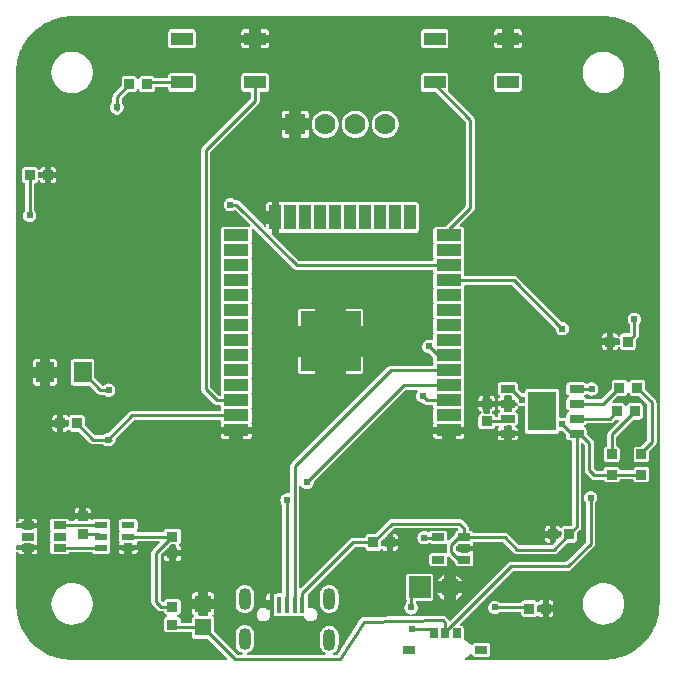
<source format=gbl>
G04 Layer: BottomLayer*
G04 EasyEDA v6.5.42, 2024-04-23 23:59:32*
G04 6f1416cd65ae409284c29a2362dae36f,3bb721cc424b4652afb4738f699644a2,10*
G04 Gerber Generator version 0.2*
G04 Scale: 100 percent, Rotated: No, Reflected: No *
G04 Dimensions in millimeters *
G04 leading zeros omitted , absolute positions ,4 integer and 5 decimal *
%FSLAX45Y45*%
%MOMM*%

%AMMACRO1*21,1,$1,$2,0,0,$3*%
%ADD10C,0.2540*%
%ADD11MACRO1,1.8X1.1X0.0000*%
%ADD12MACRO1,0.8X0.9X90.0000*%
%ADD13MACRO1,0.8X0.9X0.0000*%
%ADD14R,1.3500X1.4100*%
%ADD15MACRO1,1.35X1.41X0.0000*%
%ADD16MACRO1,1.1X0.6X0.0000*%
%ADD17R,0.8640X0.8065*%
%ADD18MACRO1,0.864X0.8065X0.0000*%
%ADD19MACRO1,0.864X0.8065X-90.0000*%
%ADD20MACRO1,0.864X0.8065X90.0000*%
%ADD21MACRO1,0.6X0.8X0.0000*%
%ADD22MACRO1,0.7X1X90.0000*%
%ADD23MACRO1,0.532X1.072X90.0000*%
%ADD24MACRO1,0.6X1X-90.0000*%
%ADD25MACRO1,0.4X1.4X0.0000*%
%ADD26MACRO1,1.728X1.485X90.0000*%
%ADD27MACRO1,0.8X0.8X0.0000*%
%ADD28MACRO1,0.6X1.2X90.0000*%
%ADD29MACRO1,3.3X2.4X-90.0000*%
%ADD30MACRO1,0.95X2.1X90.0000*%
%ADD31MACRO1,2.1X0.95X90.0000*%
%ADD32MACRO1,5X5X0.0000*%
%ADD33C,1.8000*%
%ADD34MACRO1,1.8X1.8X0.0000*%
%ADD35O,1.0500106X1.850009*%
%ADD36R,1.7780X1.7780*%
%ADD37C,1.7780*%
%ADD38C,0.6200*%
%ADD39C,0.0154*%

%LPD*%
G36*
X500532Y25908D02*
G01*
X469900Y26873D01*
X440283Y29718D01*
X410870Y34391D01*
X381812Y40894D01*
X353212Y49225D01*
X325170Y59334D01*
X297840Y71170D01*
X271322Y84734D01*
X245719Y99923D01*
X221081Y116636D01*
X197561Y134924D01*
X175260Y154635D01*
X154178Y175717D01*
X134518Y198069D01*
X116281Y221589D01*
X99568Y246227D01*
X84429Y271881D01*
X70916Y298450D01*
X59080Y325780D01*
X49022Y353822D01*
X40741Y382422D01*
X34290Y411480D01*
X29616Y440893D01*
X26822Y470560D01*
X25908Y500532D01*
X25908Y933450D01*
X26720Y937412D01*
X29006Y940765D01*
X32410Y942898D01*
X36372Y943610D01*
X40335Y942644D01*
X43586Y940257D01*
X45669Y936802D01*
X46685Y933805D01*
X49784Y928878D01*
X53898Y924814D01*
X58775Y921715D01*
X64262Y919835D01*
X70561Y919124D01*
X91135Y919124D01*
X91135Y953668D01*
X36068Y953668D01*
X32156Y954430D01*
X28905Y956665D01*
X26670Y959916D01*
X25908Y963828D01*
X25908Y986180D01*
X26670Y990092D01*
X28905Y993394D01*
X32156Y995578D01*
X36068Y996340D01*
X91135Y996340D01*
X91135Y1003960D01*
X91897Y1007821D01*
X94132Y1011123D01*
X97434Y1013307D01*
X101295Y1014120D01*
X148691Y1014120D01*
X152552Y1013307D01*
X155854Y1011123D01*
X158089Y1007821D01*
X158851Y1003960D01*
X158851Y996340D01*
X205892Y996340D01*
X205892Y1004468D01*
X205181Y1010767D01*
X203250Y1016203D01*
X201320Y1020622D01*
X201320Y1024382D01*
X203250Y1028801D01*
X205181Y1034237D01*
X205892Y1040587D01*
X205892Y1099413D01*
X205181Y1105763D01*
X203250Y1111199D01*
X201320Y1115618D01*
X201320Y1119378D01*
X203250Y1123797D01*
X205181Y1129233D01*
X205892Y1135583D01*
X205892Y1143660D01*
X158851Y1143660D01*
X158851Y1136091D01*
X158089Y1132179D01*
X155854Y1128877D01*
X152552Y1126693D01*
X148691Y1125931D01*
X101295Y1125931D01*
X97434Y1126693D01*
X94132Y1128877D01*
X91897Y1132179D01*
X91135Y1136091D01*
X91135Y1143660D01*
X36068Y1143660D01*
X32156Y1144422D01*
X28905Y1146606D01*
X26670Y1149908D01*
X25908Y1153820D01*
X25908Y1176172D01*
X26670Y1180084D01*
X28905Y1183386D01*
X32156Y1185570D01*
X36068Y1186332D01*
X91135Y1186332D01*
X91135Y1220927D01*
X70561Y1220927D01*
X64262Y1220216D01*
X58775Y1218285D01*
X53898Y1215186D01*
X49784Y1211122D01*
X46685Y1206195D01*
X45669Y1203198D01*
X43586Y1199743D01*
X40335Y1197356D01*
X36372Y1196390D01*
X32410Y1197102D01*
X29006Y1199286D01*
X26720Y1202588D01*
X25908Y1206550D01*
X25908Y4974640D01*
X26365Y4979365D01*
X26009Y5009286D01*
X27533Y5038648D01*
X30835Y5067909D01*
X35915Y5096865D01*
X42824Y5125466D01*
X51511Y5153609D01*
X61874Y5181142D01*
X73964Y5207965D01*
X87680Y5233974D01*
X103022Y5259120D01*
X119837Y5283250D01*
X138125Y5306263D01*
X157835Y5328107D01*
X178866Y5348732D01*
X201117Y5367985D01*
X224536Y5385816D01*
X248970Y5402173D01*
X274421Y5416956D01*
X300736Y5430113D01*
X327761Y5441696D01*
X355498Y5451500D01*
X383794Y5459577D01*
X412546Y5465927D01*
X441604Y5470448D01*
X470916Y5473141D01*
X500532Y5474055D01*
X4999431Y5474055D01*
X5030063Y5473090D01*
X5059730Y5470296D01*
X5089144Y5465622D01*
X5118201Y5459069D01*
X5146802Y5450738D01*
X5174792Y5440629D01*
X5202123Y5428792D01*
X5228640Y5415280D01*
X5254294Y5400090D01*
X5278882Y5383326D01*
X5302402Y5365038D01*
X5324754Y5345328D01*
X5345785Y5324297D01*
X5365445Y5301945D01*
X5383682Y5278374D01*
X5400446Y5253736D01*
X5415584Y5228082D01*
X5429097Y5201564D01*
X5440883Y5174234D01*
X5450941Y5146192D01*
X5459222Y5117592D01*
X5465724Y5088483D01*
X5470347Y5059070D01*
X5473141Y5029454D01*
X5474106Y4999431D01*
X5474055Y500380D01*
X5473090Y469900D01*
X5470296Y440283D01*
X5465622Y410870D01*
X5459069Y381812D01*
X5450738Y353212D01*
X5440629Y325170D01*
X5428792Y297840D01*
X5415280Y271322D01*
X5400090Y245719D01*
X5383326Y221081D01*
X5365038Y197561D01*
X5345328Y175260D01*
X5324297Y154178D01*
X5301945Y134518D01*
X5278374Y116281D01*
X5253736Y99568D01*
X5228082Y84429D01*
X5201564Y70916D01*
X5174234Y59080D01*
X5146192Y49022D01*
X5117592Y40741D01*
X5088483Y34290D01*
X5059070Y29616D01*
X5029454Y26822D01*
X4999431Y25908D01*
X3834841Y25908D01*
X3830777Y26771D01*
X3827373Y29159D01*
X3825240Y32664D01*
X3824681Y36779D01*
X3825798Y40792D01*
X3828440Y43992D01*
X3832148Y45872D01*
X3835603Y46837D01*
X3846220Y51562D01*
X3855974Y57912D01*
X3864660Y65633D01*
X3871976Y74472D01*
X3875328Y77165D01*
X3879494Y78181D01*
X3883710Y77419D01*
X3887215Y74980D01*
X3889400Y71272D01*
X3891737Y64465D01*
X3894785Y59639D01*
X3898900Y55524D01*
X3903776Y52476D01*
X3909263Y50546D01*
X3915562Y49834D01*
X4014419Y49834D01*
X4020769Y50546D01*
X4026204Y52476D01*
X4031081Y55524D01*
X4035196Y59639D01*
X4038295Y64516D01*
X4040174Y70002D01*
X4040886Y76301D01*
X4040886Y145186D01*
X4040174Y151485D01*
X4038295Y156972D01*
X4035196Y161848D01*
X4031081Y165963D01*
X4026204Y169011D01*
X4020769Y170942D01*
X4014419Y171653D01*
X3915562Y171653D01*
X3909263Y170942D01*
X3903776Y169011D01*
X3898900Y165963D01*
X3894785Y161848D01*
X3891940Y157327D01*
X3889095Y154381D01*
X3885285Y152755D01*
X3881170Y152806D01*
X3877411Y154533D01*
X3874617Y157530D01*
X3872026Y161899D01*
X3864660Y170840D01*
X3855974Y178562D01*
X3846220Y184912D01*
X3835603Y189636D01*
X3824173Y192735D01*
X3820414Y193954D01*
X3817365Y196545D01*
X3815587Y200050D01*
X3815232Y203962D01*
X3815892Y209804D01*
X3815892Y288645D01*
X3815181Y294995D01*
X3813301Y300431D01*
X3810203Y305358D01*
X3806088Y309422D01*
X3801211Y312521D01*
X3795725Y314452D01*
X3792575Y314807D01*
X3788968Y315925D01*
X3785971Y318262D01*
X3784092Y321513D01*
X3783533Y325272D01*
X3784396Y328930D01*
X3786530Y332079D01*
X4232960Y778306D01*
X4236262Y780542D01*
X4240174Y781304D01*
X4699508Y781304D01*
X4707534Y782116D01*
X4714748Y784301D01*
X4721453Y787857D01*
X4727651Y792988D01*
X4916932Y982268D01*
X4922062Y988466D01*
X4925618Y995171D01*
X4927803Y1002385D01*
X4928616Y1010412D01*
X4928616Y1354328D01*
X4929327Y1358138D01*
X4931460Y1361389D01*
X4934254Y1364335D01*
X4939639Y1372311D01*
X4943652Y1381099D01*
X4946040Y1390446D01*
X4946904Y1400048D01*
X4946040Y1409649D01*
X4943652Y1418996D01*
X4939639Y1427784D01*
X4934254Y1435760D01*
X4927600Y1442720D01*
X4919827Y1448460D01*
X4911191Y1452829D01*
X4901996Y1455623D01*
X4892446Y1456893D01*
X4882794Y1456436D01*
X4873345Y1454404D01*
X4864404Y1450848D01*
X4856175Y1445768D01*
X4848961Y1439418D01*
X4842865Y1431899D01*
X4838192Y1423466D01*
X4834991Y1414373D01*
X4833366Y1404874D01*
X4833366Y1395222D01*
X4834991Y1385722D01*
X4838192Y1376629D01*
X4842865Y1368196D01*
X4849164Y1360474D01*
X4850841Y1357477D01*
X4851400Y1354074D01*
X4851400Y1030122D01*
X4850638Y1026210D01*
X4848402Y1022908D01*
X4687011Y861517D01*
X4683709Y859282D01*
X4679797Y858519D01*
X4220464Y858519D01*
X4212437Y857707D01*
X4205224Y855522D01*
X4198518Y851966D01*
X4192320Y846886D01*
X3706571Y361340D01*
X3703015Y359054D01*
X3698849Y358394D01*
X3694785Y359460D01*
X3691534Y362051D01*
X3686962Y367639D01*
X3667658Y386943D01*
X3661410Y392074D01*
X3654755Y395630D01*
X3647541Y397814D01*
X3638854Y398576D01*
X3386023Y394817D01*
X3382010Y395579D01*
X3378606Y397916D01*
X3376371Y401421D01*
X3375761Y405485D01*
X3376777Y409448D01*
X3379317Y412699D01*
X3382924Y414680D01*
X3391204Y417220D01*
X3399790Y421589D01*
X3407562Y427329D01*
X3414268Y434289D01*
X3419652Y442264D01*
X3423615Y451053D01*
X3426053Y460400D01*
X3426866Y470001D01*
X3426053Y479602D01*
X3423615Y488950D01*
X3419652Y497738D01*
X3411016Y510184D01*
X3410305Y514096D01*
X3411118Y517906D01*
X3413302Y521157D01*
X3416604Y523341D01*
X3420465Y524103D01*
X3532428Y524103D01*
X3538728Y524814D01*
X3544214Y526694D01*
X3549091Y529793D01*
X3553206Y533908D01*
X3556254Y538784D01*
X3558184Y544271D01*
X3558895Y550570D01*
X3558895Y729437D01*
X3558184Y735736D01*
X3556254Y741222D01*
X3553206Y746099D01*
X3549091Y750214D01*
X3544214Y753262D01*
X3538728Y755192D01*
X3532428Y755904D01*
X3353562Y755904D01*
X3347262Y755192D01*
X3341776Y753262D01*
X3336899Y750214D01*
X3332784Y746099D01*
X3329686Y741222D01*
X3327806Y735736D01*
X3327095Y729437D01*
X3327095Y550570D01*
X3327806Y544271D01*
X3329838Y538581D01*
X3331006Y535990D01*
X3331362Y533196D01*
X3331362Y515975D01*
X3330803Y512572D01*
X3329127Y509574D01*
X3322878Y501853D01*
X3318154Y493420D01*
X3314954Y484327D01*
X3313328Y474827D01*
X3313328Y465175D01*
X3314954Y455676D01*
X3318154Y446582D01*
X3322878Y438150D01*
X3328924Y430631D01*
X3336188Y424281D01*
X3344367Y419201D01*
X3353358Y415645D01*
X3358692Y414477D01*
X3362502Y412750D01*
X3365296Y409651D01*
X3366617Y405638D01*
X3366211Y401472D01*
X3364128Y397814D01*
X3360775Y395325D01*
X3356660Y394360D01*
X2969920Y388620D01*
X2961894Y387705D01*
X2954731Y385419D01*
X2948076Y381711D01*
X2942336Y376885D01*
X2936951Y370027D01*
X2751582Y73406D01*
X2749296Y70815D01*
X2746349Y69189D01*
X2742946Y68630D01*
X2717596Y68630D01*
X2713786Y69342D01*
X2710535Y71475D01*
X2708300Y74676D01*
X2707436Y78435D01*
X2708046Y82296D01*
X2710078Y85598D01*
X2713177Y87934D01*
X2716682Y89611D01*
X2726385Y96215D01*
X2734970Y104190D01*
X2742285Y113334D01*
X2748127Y123494D01*
X2752394Y134416D01*
X2755036Y145796D01*
X2755900Y157886D01*
X2755900Y237134D01*
X2755036Y249174D01*
X2752394Y260604D01*
X2748127Y271526D01*
X2742285Y281635D01*
X2734970Y290830D01*
X2726385Y298754D01*
X2716682Y305358D01*
X2706166Y310438D01*
X2694940Y313893D01*
X2683357Y315671D01*
X2671673Y315671D01*
X2660091Y313893D01*
X2648864Y310438D01*
X2638298Y305358D01*
X2628646Y298754D01*
X2620060Y290830D01*
X2612745Y281635D01*
X2606903Y271526D01*
X2602585Y260604D01*
X2599994Y249174D01*
X2599080Y237134D01*
X2599080Y157886D01*
X2599994Y145796D01*
X2602585Y134416D01*
X2606903Y123494D01*
X2612745Y113334D01*
X2620060Y104190D01*
X2628646Y96215D01*
X2638298Y89611D01*
X2641854Y87934D01*
X2644952Y85598D01*
X2646984Y82296D01*
X2647594Y78435D01*
X2646730Y74676D01*
X2644495Y71475D01*
X2641244Y69342D01*
X2637434Y68630D01*
X1990699Y68630D01*
X1986686Y69443D01*
X1983333Y71780D01*
X1981149Y75234D01*
X1980539Y79298D01*
X1981606Y83261D01*
X1984095Y86512D01*
X1987702Y88493D01*
X1991156Y89509D01*
X2001672Y94640D01*
X2011375Y101193D01*
X2019960Y109169D01*
X2027275Y118364D01*
X2033117Y128473D01*
X2037384Y139395D01*
X2040026Y150825D01*
X2040889Y162864D01*
X2040889Y242112D01*
X2040026Y254152D01*
X2037384Y265582D01*
X2033117Y276504D01*
X2027275Y286664D01*
X2019960Y295808D01*
X2011375Y303784D01*
X2001672Y310388D01*
X1991156Y315468D01*
X1979930Y318922D01*
X1968347Y320649D01*
X1956663Y320649D01*
X1945081Y318922D01*
X1933854Y315468D01*
X1923288Y310388D01*
X1913636Y303784D01*
X1905050Y295808D01*
X1897735Y286664D01*
X1891893Y276504D01*
X1887575Y265582D01*
X1884984Y254152D01*
X1884070Y242112D01*
X1884070Y162864D01*
X1884984Y150825D01*
X1887575Y139395D01*
X1891893Y128473D01*
X1897735Y118364D01*
X1905050Y109169D01*
X1913636Y101193D01*
X1923288Y94640D01*
X1933854Y89509D01*
X1937308Y88493D01*
X1940864Y86512D01*
X1943404Y83261D01*
X1944420Y79298D01*
X1943811Y75234D01*
X1941677Y71780D01*
X1938324Y69443D01*
X1934311Y68630D01*
X1900174Y68630D01*
X1896313Y69392D01*
X1893011Y71577D01*
X1706372Y258216D01*
X1704187Y261518D01*
X1703425Y265379D01*
X1703425Y369925D01*
X1702714Y376224D01*
X1700784Y381711D01*
X1697685Y386588D01*
X1693621Y390702D01*
X1689557Y394208D01*
X1687982Y397967D01*
X1687982Y402031D01*
X1689557Y405790D01*
X1693621Y409295D01*
X1697685Y413410D01*
X1700784Y418287D01*
X1702714Y423773D01*
X1703425Y430072D01*
X1703425Y458419D01*
X1650085Y458419D01*
X1650085Y406552D01*
X1649323Y402691D01*
X1647139Y399389D01*
X1643837Y397154D01*
X1639925Y396392D01*
X1580032Y396392D01*
X1576171Y397154D01*
X1572869Y399389D01*
X1570685Y402691D01*
X1569872Y406552D01*
X1569872Y458419D01*
X1516583Y458419D01*
X1516583Y430072D01*
X1517294Y423773D01*
X1519224Y418287D01*
X1522272Y413410D01*
X1526387Y409295D01*
X1530451Y405790D01*
X1532026Y402031D01*
X1532026Y397967D01*
X1530451Y394208D01*
X1526387Y390702D01*
X1522272Y386588D01*
X1519224Y381711D01*
X1517294Y376224D01*
X1516583Y369925D01*
X1516583Y348742D01*
X1515821Y344881D01*
X1513636Y341579D01*
X1510334Y339344D01*
X1506423Y338582D01*
X1429258Y338582D01*
X1425397Y339344D01*
X1422095Y341579D01*
X1419860Y344881D01*
X1419098Y348742D01*
X1419098Y364439D01*
X1418386Y370738D01*
X1416507Y376224D01*
X1413408Y381101D01*
X1409293Y385216D01*
X1404416Y388264D01*
X1398320Y390398D01*
X1394764Y392531D01*
X1392377Y395935D01*
X1391513Y399999D01*
X1392377Y404063D01*
X1394764Y407466D01*
X1398320Y409600D01*
X1404416Y411734D01*
X1409293Y414782D01*
X1413408Y418896D01*
X1416507Y423773D01*
X1418386Y429259D01*
X1419098Y435559D01*
X1419098Y515061D01*
X1418386Y521411D01*
X1416507Y526846D01*
X1413408Y531774D01*
X1409293Y535838D01*
X1404416Y538937D01*
X1398930Y540867D01*
X1392631Y541578D01*
X1307388Y541578D01*
X1301038Y540867D01*
X1295603Y538937D01*
X1290675Y535838D01*
X1286611Y531774D01*
X1283512Y526846D01*
X1282192Y523036D01*
X1280058Y519531D01*
X1276807Y517143D01*
X1272794Y516229D01*
X1268780Y516940D01*
X1265377Y519176D01*
X1251559Y532993D01*
X1249375Y536295D01*
X1248613Y540207D01*
X1248613Y909828D01*
X1249375Y913688D01*
X1251559Y916990D01*
X1287983Y953363D01*
X1291234Y955598D01*
X1295146Y956360D01*
X1321155Y956360D01*
X1321155Y982370D01*
X1321917Y986231D01*
X1324102Y989533D01*
X1335684Y1001115D01*
X1338986Y1003300D01*
X1342847Y1004062D01*
X1368704Y1004062D01*
X1372565Y1003300D01*
X1375867Y1001115D01*
X1378051Y997813D01*
X1378864Y993902D01*
X1378864Y956360D01*
X1420926Y956360D01*
X1420926Y969416D01*
X1420215Y975766D01*
X1418285Y981202D01*
X1415186Y986129D01*
X1411122Y990193D01*
X1409242Y991412D01*
X1406296Y994206D01*
X1404670Y997966D01*
X1404670Y1002030D01*
X1406296Y1005789D01*
X1409242Y1008583D01*
X1411122Y1009802D01*
X1415186Y1013866D01*
X1418285Y1018794D01*
X1420215Y1024229D01*
X1420926Y1030579D01*
X1420926Y1109421D01*
X1420215Y1115720D01*
X1418285Y1121206D01*
X1415186Y1126083D01*
X1411122Y1130198D01*
X1406194Y1133297D01*
X1400759Y1135176D01*
X1394409Y1135888D01*
X1305560Y1135888D01*
X1299260Y1135176D01*
X1293774Y1133297D01*
X1288897Y1130198D01*
X1284782Y1126083D01*
X1281734Y1121206D01*
X1279702Y1115415D01*
X1277569Y1111859D01*
X1274165Y1109472D01*
X1270101Y1108608D01*
X1058519Y1108608D01*
X1054303Y1109522D01*
X1050848Y1112113D01*
X1048766Y1115872D01*
X1048410Y1120140D01*
X1049883Y1124204D01*
X1051763Y1127201D01*
X1053693Y1132636D01*
X1054404Y1138986D01*
X1054404Y1191006D01*
X1053693Y1197356D01*
X1051763Y1202791D01*
X1048715Y1207719D01*
X1044600Y1211783D01*
X1039723Y1214882D01*
X1034237Y1216812D01*
X1027937Y1217523D01*
X921867Y1217523D01*
X915568Y1216812D01*
X910082Y1214882D01*
X905205Y1211783D01*
X901090Y1207719D01*
X897991Y1202791D01*
X896112Y1197356D01*
X895400Y1191006D01*
X895400Y1138986D01*
X896112Y1132636D01*
X897991Y1127201D01*
X900684Y1122883D01*
X902106Y1119378D01*
X902106Y1115618D01*
X900684Y1112113D01*
X897991Y1107795D01*
X896112Y1102360D01*
X895400Y1096010D01*
X895400Y1043990D01*
X896112Y1037640D01*
X897991Y1032205D01*
X900684Y1027887D01*
X902106Y1024382D01*
X902106Y1020622D01*
X900684Y1017066D01*
X897991Y1012799D01*
X896112Y1007364D01*
X895400Y1001014D01*
X895400Y994664D01*
X941730Y994664D01*
X941730Y1007313D01*
X942543Y1011224D01*
X944727Y1014526D01*
X948029Y1016711D01*
X951890Y1017473D01*
X997864Y1017473D01*
X1001776Y1016711D01*
X1005078Y1014526D01*
X1007262Y1011224D01*
X1008024Y1007313D01*
X1008024Y994664D01*
X1054404Y994664D01*
X1054404Y1001014D01*
X1053693Y1007364D01*
X1051763Y1012799D01*
X1049883Y1015847D01*
X1048410Y1019860D01*
X1048766Y1024178D01*
X1050848Y1027937D01*
X1054303Y1030478D01*
X1058468Y1031392D01*
X1232255Y1031392D01*
X1236116Y1030630D01*
X1239418Y1028446D01*
X1241653Y1025144D01*
X1242415Y1021232D01*
X1241653Y1017371D01*
X1239418Y1014069D01*
X1183030Y957681D01*
X1177950Y951433D01*
X1174394Y944778D01*
X1172159Y937564D01*
X1171397Y929538D01*
X1171397Y520496D01*
X1172159Y512470D01*
X1174394Y505256D01*
X1177950Y498601D01*
X1183030Y492353D01*
X1227023Y448360D01*
X1233271Y443230D01*
X1239926Y439674D01*
X1247140Y437489D01*
X1255166Y436727D01*
X1271778Y436727D01*
X1275842Y435864D01*
X1279245Y433476D01*
X1281379Y429920D01*
X1283512Y423773D01*
X1286611Y418896D01*
X1290675Y414782D01*
X1295603Y411734D01*
X1301648Y409600D01*
X1305204Y407466D01*
X1307592Y404063D01*
X1308455Y399999D01*
X1307592Y395935D01*
X1305204Y392531D01*
X1301648Y390398D01*
X1295603Y388264D01*
X1290675Y385216D01*
X1286611Y381101D01*
X1283512Y376224D01*
X1281582Y370738D01*
X1280871Y364439D01*
X1280871Y284937D01*
X1281582Y278587D01*
X1283512Y273151D01*
X1286611Y268224D01*
X1290675Y264160D01*
X1295603Y261061D01*
X1301038Y259130D01*
X1307388Y258419D01*
X1392631Y258419D01*
X1398930Y259130D01*
X1403654Y260807D01*
X1407007Y261366D01*
X1506423Y261366D01*
X1510334Y260604D01*
X1513636Y258419D01*
X1515821Y255117D01*
X1516583Y251206D01*
X1516583Y230073D01*
X1517294Y223723D01*
X1519224Y218287D01*
X1522272Y213360D01*
X1526387Y209296D01*
X1531264Y206197D01*
X1536750Y204317D01*
X1543050Y203606D01*
X1647596Y203606D01*
X1651457Y202793D01*
X1654759Y200609D01*
X1812137Y43230D01*
X1814322Y39979D01*
X1815134Y36068D01*
X1814322Y32156D01*
X1812137Y28905D01*
X1808835Y26670D01*
X1804974Y25908D01*
G37*

%LPC*%
G36*
X504545Y324154D02*
G01*
X522579Y325577D01*
X540410Y328828D01*
X557784Y333857D01*
X574548Y340715D01*
X590550Y349199D01*
X605586Y359308D01*
X619455Y370890D01*
X632104Y383895D01*
X643382Y398068D01*
X653084Y413359D01*
X661162Y429564D01*
X667562Y446532D01*
X672185Y464007D01*
X674979Y481888D01*
X675894Y499973D01*
X674979Y518109D01*
X672185Y535990D01*
X667562Y553466D01*
X661162Y570433D01*
X653084Y586638D01*
X643382Y601929D01*
X632104Y616102D01*
X619455Y629107D01*
X605586Y640689D01*
X590550Y650798D01*
X574548Y659282D01*
X557784Y666140D01*
X540410Y671169D01*
X522579Y674420D01*
X504545Y675843D01*
X486409Y675386D01*
X468477Y673049D01*
X450850Y668883D01*
X433730Y662940D01*
X417322Y655269D01*
X401828Y645922D01*
X387299Y635050D01*
X374040Y622757D01*
X362051Y609142D01*
X351586Y594410D01*
X342646Y578662D01*
X335432Y562051D01*
X329895Y544779D01*
X326186Y527050D01*
X324358Y509066D01*
X324358Y490931D01*
X326186Y472948D01*
X329895Y455218D01*
X335432Y437946D01*
X342646Y421335D01*
X351586Y405587D01*
X362051Y390855D01*
X374040Y377240D01*
X387299Y364947D01*
X401828Y354076D01*
X417322Y344728D01*
X433730Y337058D01*
X450850Y331114D01*
X468477Y326948D01*
X486409Y324612D01*
G37*
G36*
X5004511Y324154D02*
G01*
X5022596Y325577D01*
X5040376Y328828D01*
X5057800Y333857D01*
X5074564Y340715D01*
X5090515Y349199D01*
X5105552Y359308D01*
X5119471Y370890D01*
X5132120Y383895D01*
X5143347Y398068D01*
X5153050Y413359D01*
X5161178Y429564D01*
X5167528Y446532D01*
X5172151Y464007D01*
X5174945Y481888D01*
X5175859Y499973D01*
X5174945Y518109D01*
X5172151Y535990D01*
X5167528Y553466D01*
X5161178Y570433D01*
X5153050Y586638D01*
X5143347Y601929D01*
X5132120Y616102D01*
X5119471Y629107D01*
X5105552Y640689D01*
X5090515Y650798D01*
X5074564Y659282D01*
X5057800Y666140D01*
X5040376Y671169D01*
X5022596Y674420D01*
X5004511Y675843D01*
X4986426Y675386D01*
X4968443Y673049D01*
X4950815Y668883D01*
X4933746Y662940D01*
X4917338Y655269D01*
X4901793Y645922D01*
X4887315Y635050D01*
X4874006Y622757D01*
X4862068Y609142D01*
X4851552Y594410D01*
X4842662Y578662D01*
X4835398Y562051D01*
X4829911Y544779D01*
X4826203Y527050D01*
X4824323Y509066D01*
X4824323Y490931D01*
X4826203Y472948D01*
X4829911Y455218D01*
X4835398Y437946D01*
X4842662Y421335D01*
X4851552Y405587D01*
X4862068Y390855D01*
X4874006Y377240D01*
X4887315Y364947D01*
X4901793Y354076D01*
X4917338Y344728D01*
X4933746Y337058D01*
X4950815Y331114D01*
X4968443Y326948D01*
X4986426Y324612D01*
G37*
G36*
X2122474Y352196D02*
G01*
X2132279Y353415D01*
X2141728Y356311D01*
X2150567Y360781D01*
X2158542Y366674D01*
X2165400Y373837D01*
X2170938Y382016D01*
X2175002Y391058D01*
X2177542Y400608D01*
X2178354Y410464D01*
X2177542Y420370D01*
X2173630Y435152D01*
X2173630Y451154D01*
X2165908Y451154D01*
X2161895Y451967D01*
X2150567Y460197D01*
X2141778Y464616D01*
X2131822Y467614D01*
X2122474Y468782D01*
X2112568Y468376D01*
X2102916Y466293D01*
X2093722Y462584D01*
X2085289Y457403D01*
X2077821Y450900D01*
X2071624Y443179D01*
X2066798Y434543D01*
X2063496Y425196D01*
X2061819Y415442D01*
X2061819Y405536D01*
X2063496Y395782D01*
X2066798Y386435D01*
X2071624Y377799D01*
X2077821Y370078D01*
X2085289Y363575D01*
X2093722Y358394D01*
X2102916Y354685D01*
X2112568Y352602D01*
G37*
G36*
X2522474Y352196D02*
G01*
X2532278Y353415D01*
X2541727Y356311D01*
X2550566Y360781D01*
X2558542Y366674D01*
X2565400Y373837D01*
X2570937Y382016D01*
X2575001Y391058D01*
X2577541Y400608D01*
X2578354Y410464D01*
X2577541Y420370D01*
X2575001Y429920D01*
X2570937Y438962D01*
X2565400Y447141D01*
X2558542Y454304D01*
X2550566Y460197D01*
X2541727Y464667D01*
X2532278Y467563D01*
X2522474Y468782D01*
X2512568Y468376D01*
X2508199Y467461D01*
X2503728Y467512D01*
X2499664Y469493D01*
X2496870Y472998D01*
X2495905Y477367D01*
X2495905Y561949D01*
X2495194Y568248D01*
X2494076Y571347D01*
X2493518Y575106D01*
X2494381Y578764D01*
X2496515Y581914D01*
X2893009Y978408D01*
X2896311Y980592D01*
X2900172Y981354D01*
X2974340Y981354D01*
X2977997Y980694D01*
X2981147Y978814D01*
X2983382Y975868D01*
X2984449Y972362D01*
X2984804Y969264D01*
X2986735Y963777D01*
X2989783Y958900D01*
X2993898Y954786D01*
X2998774Y951737D01*
X3004261Y949807D01*
X3010560Y949096D01*
X3089452Y949096D01*
X3095752Y949807D01*
X3101238Y951737D01*
X3106115Y954786D01*
X3110230Y958900D01*
X3111398Y960780D01*
X3114192Y963726D01*
X3117951Y965301D01*
X3122015Y965301D01*
X3125774Y963726D01*
X3128619Y960780D01*
X3129788Y958900D01*
X3133852Y954786D01*
X3138779Y951737D01*
X3144215Y949807D01*
X3150565Y949096D01*
X3163620Y949096D01*
X3163620Y991158D01*
X3126079Y991158D01*
X3122168Y991920D01*
X3118866Y994105D01*
X3116681Y997407D01*
X3115919Y1001318D01*
X3115919Y1027125D01*
X3116681Y1030986D01*
X3118866Y1034287D01*
X3130448Y1045870D01*
X3133750Y1048054D01*
X3137662Y1048867D01*
X3163620Y1048867D01*
X3163620Y1074826D01*
X3164382Y1078687D01*
X3166618Y1081989D01*
X3223006Y1138428D01*
X3226308Y1140612D01*
X3230219Y1141374D01*
X3759809Y1141374D01*
X3763670Y1140612D01*
X3766972Y1138428D01*
X3768344Y1137056D01*
X3770579Y1133652D01*
X3771290Y1129639D01*
X3770426Y1125677D01*
X3767988Y1122375D01*
X3764534Y1120292D01*
X3758793Y1118260D01*
X3753916Y1115212D01*
X3749801Y1111097D01*
X3746703Y1106220D01*
X3744823Y1100734D01*
X3744112Y1092911D01*
X3743299Y1088999D01*
X3741115Y1085748D01*
X3693261Y1037844D01*
X3689959Y1035659D01*
X3686048Y1034846D01*
X3682187Y1035659D01*
X3678885Y1037844D01*
X3676650Y1041146D01*
X3675887Y1045006D01*
X3675887Y1094435D01*
X3675176Y1100734D01*
X3673297Y1106220D01*
X3670198Y1111097D01*
X3666083Y1115212D01*
X3661206Y1118260D01*
X3655720Y1120190D01*
X3649421Y1120902D01*
X3550564Y1120902D01*
X3544214Y1120190D01*
X3538778Y1118260D01*
X3533901Y1115212D01*
X3529787Y1111097D01*
X3528110Y1108456D01*
X3525265Y1105458D01*
X3521405Y1103884D01*
X3517239Y1103985D01*
X3513480Y1105712D01*
X3509822Y1108405D01*
X3501186Y1112774D01*
X3491992Y1115568D01*
X3482441Y1116838D01*
X3472789Y1116380D01*
X3463340Y1114348D01*
X3454400Y1110792D01*
X3446170Y1105712D01*
X3438956Y1099362D01*
X3432860Y1091844D01*
X3428187Y1083411D01*
X3424986Y1074318D01*
X3423361Y1064818D01*
X3423361Y1055166D01*
X3424986Y1045667D01*
X3428187Y1036574D01*
X3432860Y1028141D01*
X3438956Y1020622D01*
X3446170Y1014272D01*
X3454400Y1009192D01*
X3463340Y1005636D01*
X3472789Y1003604D01*
X3482441Y1003147D01*
X3491992Y1004417D01*
X3501186Y1007211D01*
X3509822Y1011580D01*
X3518255Y1017828D01*
X3521354Y1019352D01*
X3524758Y1019810D01*
X3528161Y1019048D01*
X3531108Y1017219D01*
X3533648Y1014933D01*
X3538778Y1011732D01*
X3544214Y1009802D01*
X3550564Y1009091D01*
X3649421Y1009091D01*
X3655720Y1009802D01*
X3657955Y1010564D01*
X3661968Y1011123D01*
X3665880Y1010056D01*
X3669080Y1007567D01*
X3671011Y1004011D01*
X3671366Y999490D01*
X3671366Y940511D01*
X3671011Y935990D01*
X3669080Y932434D01*
X3665880Y929944D01*
X3661968Y928878D01*
X3657955Y929436D01*
X3655720Y930198D01*
X3649421Y930910D01*
X3550564Y930910D01*
X3544214Y930198D01*
X3538778Y928268D01*
X3533901Y925220D01*
X3529787Y921105D01*
X3526688Y916228D01*
X3524808Y910742D01*
X3524097Y904443D01*
X3524097Y845566D01*
X3524808Y839266D01*
X3526688Y833780D01*
X3529787Y828903D01*
X3533901Y824788D01*
X3538778Y821690D01*
X3544214Y819810D01*
X3550564Y819099D01*
X3649421Y819099D01*
X3655720Y819810D01*
X3661206Y821690D01*
X3666083Y824788D01*
X3670198Y828903D01*
X3673297Y833780D01*
X3675176Y839266D01*
X3675887Y845566D01*
X3675887Y894943D01*
X3676650Y898855D01*
X3678885Y902157D01*
X3682187Y904341D01*
X3686048Y905103D01*
X3689959Y904341D01*
X3693261Y902157D01*
X3741115Y854252D01*
X3743350Y850950D01*
X3744823Y839266D01*
X3746703Y833780D01*
X3749801Y828903D01*
X3753916Y824788D01*
X3758793Y821740D01*
X3764279Y819810D01*
X3770579Y819099D01*
X3869436Y819099D01*
X3875735Y819810D01*
X3881221Y821740D01*
X3886098Y824788D01*
X3890213Y828903D01*
X3893312Y833780D01*
X3895191Y839266D01*
X3895902Y845566D01*
X3895902Y904443D01*
X3895191Y910742D01*
X3893312Y916228D01*
X3891381Y920597D01*
X3891381Y924407D01*
X3893312Y928776D01*
X3895191Y934262D01*
X3895902Y940562D01*
X3895902Y948639D01*
X3851351Y948639D01*
X3851351Y941069D01*
X3850589Y937209D01*
X3848404Y933907D01*
X3845102Y931671D01*
X3841191Y930910D01*
X3798824Y930910D01*
X3794912Y931671D01*
X3791610Y933907D01*
X3789426Y937209D01*
X3788664Y941069D01*
X3788664Y948639D01*
X3760165Y948639D01*
X3756253Y949401D01*
X3752951Y951636D01*
X3751579Y953008D01*
X3749395Y956310D01*
X3748582Y960221D01*
X3748582Y979779D01*
X3749395Y983691D01*
X3751579Y986993D01*
X3752951Y988364D01*
X3756253Y990549D01*
X3760165Y991362D01*
X3788664Y991362D01*
X3788664Y998931D01*
X3789426Y1002792D01*
X3791610Y1006094D01*
X3794912Y1008329D01*
X3798824Y1009091D01*
X3841191Y1009091D01*
X3845102Y1008329D01*
X3848404Y1006094D01*
X3850589Y1002792D01*
X3851351Y998931D01*
X3851351Y991362D01*
X3895902Y991362D01*
X3895902Y999439D01*
X3895191Y1005636D01*
X3892600Y1012698D01*
X3891991Y1016558D01*
X3892854Y1020318D01*
X3895039Y1023518D01*
X3898341Y1025652D01*
X3902151Y1026414D01*
X4144772Y1026414D01*
X4148683Y1025601D01*
X4151985Y1023416D01*
X4242358Y933043D01*
X4248556Y927912D01*
X4255211Y924356D01*
X4262475Y922172D01*
X4270502Y921410D01*
X4579518Y921410D01*
X4587494Y922172D01*
X4594758Y924356D01*
X4601413Y927912D01*
X4607661Y933043D01*
X4690719Y1016101D01*
X4694021Y1018336D01*
X4697882Y1019098D01*
X4749393Y1019098D01*
X4755743Y1019810D01*
X4761179Y1021689D01*
X4766106Y1024788D01*
X4770170Y1028903D01*
X4773269Y1033780D01*
X4775200Y1039266D01*
X4775911Y1045565D01*
X4775911Y1097076D01*
X4776673Y1100988D01*
X4778857Y1104290D01*
X4797755Y1123188D01*
X4802886Y1129385D01*
X4806442Y1136091D01*
X4808626Y1143304D01*
X4809439Y1151331D01*
X4809439Y1851406D01*
X4810201Y1855317D01*
X4812385Y1858619D01*
X4815687Y1860804D01*
X4819599Y1861566D01*
X4823460Y1860804D01*
X4826762Y1858619D01*
X4838395Y1846986D01*
X4840630Y1843684D01*
X4841392Y1839772D01*
X4841392Y1630476D01*
X4842154Y1622450D01*
X4844338Y1615236D01*
X4847945Y1608582D01*
X4853025Y1602333D01*
X4892344Y1563065D01*
X4898542Y1557934D01*
X4905248Y1554378D01*
X4912461Y1552194D01*
X4920488Y1551381D01*
X4996789Y1551381D01*
X5000853Y1550568D01*
X5004257Y1548130D01*
X5006695Y1543710D01*
X5009794Y1538782D01*
X5013858Y1534718D01*
X5018786Y1531620D01*
X5024221Y1529689D01*
X5030571Y1528978D01*
X5109413Y1528978D01*
X5115763Y1529689D01*
X5121198Y1531620D01*
X5126126Y1534718D01*
X5130190Y1538782D01*
X5133289Y1543710D01*
X5135321Y1549501D01*
X5137454Y1553057D01*
X5140858Y1555445D01*
X5144922Y1556308D01*
X5245100Y1556308D01*
X5249164Y1555445D01*
X5252516Y1553057D01*
X5254650Y1549501D01*
X5256682Y1543710D01*
X5259781Y1538782D01*
X5263896Y1534718D01*
X5268772Y1531620D01*
X5274259Y1529689D01*
X5280558Y1528978D01*
X5359400Y1528978D01*
X5365750Y1529689D01*
X5371185Y1531620D01*
X5376113Y1534718D01*
X5380177Y1538782D01*
X5383276Y1543710D01*
X5385206Y1549146D01*
X5385917Y1555496D01*
X5385917Y1634337D01*
X5385206Y1640636D01*
X5383276Y1646123D01*
X5380177Y1651000D01*
X5376113Y1655114D01*
X5371185Y1658213D01*
X5365750Y1660093D01*
X5359400Y1660804D01*
X5280558Y1660804D01*
X5274259Y1660093D01*
X5268772Y1658213D01*
X5263896Y1655114D01*
X5259781Y1651000D01*
X5256682Y1646123D01*
X5254701Y1640332D01*
X5252516Y1636776D01*
X5249164Y1634388D01*
X5245100Y1633524D01*
X5144871Y1633524D01*
X5140807Y1634388D01*
X5137454Y1636776D01*
X5135321Y1640332D01*
X5133289Y1646123D01*
X5130190Y1651000D01*
X5126126Y1655114D01*
X5121198Y1658213D01*
X5115763Y1660093D01*
X5109413Y1660804D01*
X5030571Y1660804D01*
X5024221Y1660093D01*
X5018786Y1658213D01*
X5013858Y1655114D01*
X5009794Y1651000D01*
X5006695Y1646123D01*
X5004816Y1640636D01*
X5004460Y1637639D01*
X5003393Y1634083D01*
X5001107Y1631188D01*
X4997958Y1629257D01*
X4994351Y1628597D01*
X4940198Y1628597D01*
X4936286Y1629359D01*
X4932984Y1631594D01*
X4921554Y1643024D01*
X4919370Y1646326D01*
X4918608Y1650187D01*
X4918608Y1859483D01*
X4917795Y1867509D01*
X4915611Y1874774D01*
X4912055Y1881428D01*
X4906924Y1887626D01*
X4859680Y1934870D01*
X4857496Y1938172D01*
X4856734Y1942084D01*
X4856734Y1968906D01*
X4856022Y1975256D01*
X4854092Y1980692D01*
X4851044Y1985619D01*
X4846929Y1989683D01*
X4842052Y1992782D01*
X4840224Y1993392D01*
X4836668Y1995525D01*
X4834280Y1998929D01*
X4833416Y2002993D01*
X4834280Y2007057D01*
X4836668Y2010460D01*
X4840224Y2012594D01*
X4842052Y2013204D01*
X4846929Y2016302D01*
X4851044Y2020366D01*
X4852771Y2023160D01*
X4855006Y2025700D01*
X4858004Y2027326D01*
X4861356Y2027885D01*
X5050688Y2027885D01*
X5058714Y2028698D01*
X5065928Y2030882D01*
X5072583Y2034438D01*
X5078831Y2039569D01*
X5097170Y2057907D01*
X5100472Y2060092D01*
X5104384Y2060905D01*
X5117084Y2060905D01*
X5120944Y2060092D01*
X5124246Y2057907D01*
X5126482Y2054606D01*
X5127244Y2050745D01*
X5126482Y2046833D01*
X5124246Y2043531D01*
X5043068Y1962302D01*
X5037937Y1956104D01*
X5034381Y1949450D01*
X5032197Y1942185D01*
X5031384Y1934159D01*
X5031384Y1839975D01*
X5030520Y1835912D01*
X5028133Y1832559D01*
X5024577Y1830425D01*
X5018786Y1828393D01*
X5013858Y1825294D01*
X5009794Y1821180D01*
X5006695Y1816303D01*
X5004816Y1810816D01*
X5004104Y1804517D01*
X5004104Y1725675D01*
X5004816Y1719325D01*
X5006695Y1713890D01*
X5009794Y1708962D01*
X5013858Y1704898D01*
X5018786Y1701800D01*
X5024221Y1699869D01*
X5030571Y1699158D01*
X5109413Y1699158D01*
X5115763Y1699869D01*
X5121198Y1701800D01*
X5126126Y1704898D01*
X5130190Y1708962D01*
X5133289Y1713890D01*
X5135168Y1719325D01*
X5135880Y1725675D01*
X5135880Y1804517D01*
X5135168Y1810816D01*
X5133289Y1816303D01*
X5130190Y1821180D01*
X5126126Y1825294D01*
X5121198Y1828393D01*
X5115407Y1830374D01*
X5111851Y1832559D01*
X5109464Y1835912D01*
X5108600Y1839975D01*
X5108600Y1914499D01*
X5109362Y1918360D01*
X5111597Y1921662D01*
X5247843Y2057907D01*
X5251145Y2060092D01*
X5255006Y2060905D01*
X5305044Y2060905D01*
X5311394Y2061616D01*
X5316829Y2063496D01*
X5321757Y2066594D01*
X5325821Y2070658D01*
X5328920Y2075586D01*
X5330850Y2081022D01*
X5331561Y2087372D01*
X5331561Y2172614D01*
X5330850Y2178964D01*
X5328920Y2184400D01*
X5325821Y2189327D01*
X5321757Y2193391D01*
X5316829Y2196490D01*
X5311394Y2198370D01*
X5305044Y2199081D01*
X5225542Y2199081D01*
X5219242Y2198370D01*
X5213756Y2196490D01*
X5208879Y2193391D01*
X5204764Y2189327D01*
X5201716Y2184400D01*
X5199583Y2178354D01*
X5197449Y2174798D01*
X5194046Y2172360D01*
X5189982Y2171547D01*
X5185918Y2172360D01*
X5182565Y2174798D01*
X5180380Y2178354D01*
X5178298Y2184400D01*
X5175199Y2189327D01*
X5171084Y2193391D01*
X5166207Y2196490D01*
X5160721Y2198370D01*
X5154422Y2199081D01*
X5082895Y2199081D01*
X5079034Y2199894D01*
X5075732Y2202078D01*
X5073497Y2205380D01*
X5072735Y2209241D01*
X5073497Y2213152D01*
X5075732Y2216454D01*
X5117185Y2257907D01*
X5120487Y2260092D01*
X5124348Y2260904D01*
X5174437Y2260904D01*
X5180736Y2261616D01*
X5186222Y2263495D01*
X5191099Y2266594D01*
X5195214Y2270658D01*
X5198262Y2275586D01*
X5200396Y2281682D01*
X5202529Y2285187D01*
X5205933Y2287625D01*
X5209997Y2288438D01*
X5214061Y2287625D01*
X5217414Y2285187D01*
X5219598Y2281682D01*
X5221681Y2275586D01*
X5224780Y2270658D01*
X5228894Y2266594D01*
X5233771Y2263495D01*
X5239258Y2261616D01*
X5245557Y2260904D01*
X5295595Y2260904D01*
X5299506Y2260092D01*
X5302808Y2257907D01*
X5368391Y2192324D01*
X5370626Y2189022D01*
X5371388Y2185111D01*
X5371388Y1890217D01*
X5370626Y1886305D01*
X5368391Y1883003D01*
X5319369Y1833981D01*
X5316067Y1831746D01*
X5312206Y1830984D01*
X5280558Y1830984D01*
X5274259Y1830273D01*
X5268772Y1828393D01*
X5263896Y1825294D01*
X5259781Y1821180D01*
X5256682Y1816303D01*
X5254802Y1810816D01*
X5254091Y1804517D01*
X5254091Y1725675D01*
X5254802Y1719325D01*
X5256682Y1713890D01*
X5259781Y1708962D01*
X5263896Y1704898D01*
X5268772Y1701800D01*
X5274259Y1699869D01*
X5280558Y1699158D01*
X5359400Y1699158D01*
X5365750Y1699869D01*
X5371185Y1701800D01*
X5376113Y1704898D01*
X5380177Y1708962D01*
X5383276Y1713890D01*
X5385206Y1719325D01*
X5385917Y1725675D01*
X5385917Y1787093D01*
X5386679Y1791004D01*
X5388864Y1794256D01*
X5436920Y1842363D01*
X5442051Y1848561D01*
X5445607Y1855216D01*
X5447792Y1862480D01*
X5448604Y1870506D01*
X5448604Y2204821D01*
X5447792Y2212848D01*
X5445607Y2220061D01*
X5442051Y2226767D01*
X5436920Y2232964D01*
X5354523Y2315362D01*
X5352338Y2318664D01*
X5351526Y2322576D01*
X5351526Y2372614D01*
X5350814Y2378964D01*
X5348935Y2384399D01*
X5345836Y2389327D01*
X5341772Y2393391D01*
X5336844Y2396490D01*
X5331409Y2398369D01*
X5325059Y2399080D01*
X5245557Y2399080D01*
X5239258Y2398369D01*
X5233771Y2396490D01*
X5228894Y2393391D01*
X5224780Y2389327D01*
X5221681Y2384399D01*
X5219598Y2378354D01*
X5217414Y2374798D01*
X5214061Y2372360D01*
X5209997Y2371547D01*
X5205933Y2372360D01*
X5202529Y2374798D01*
X5200396Y2378354D01*
X5198262Y2384399D01*
X5195214Y2389327D01*
X5191099Y2393391D01*
X5186222Y2396490D01*
X5180736Y2398369D01*
X5174437Y2399080D01*
X5094935Y2399080D01*
X5088585Y2398369D01*
X5083149Y2396490D01*
X5078222Y2393391D01*
X5074158Y2389327D01*
X5071059Y2384399D01*
X5069128Y2378964D01*
X5068417Y2372614D01*
X5068417Y2322576D01*
X5067655Y2318664D01*
X5065471Y2315413D01*
X4985156Y2235098D01*
X4981854Y2232914D01*
X4977993Y2232101D01*
X4861356Y2232101D01*
X4858004Y2232710D01*
X4855006Y2234336D01*
X4852771Y2236876D01*
X4851044Y2239619D01*
X4846929Y2243683D01*
X4842052Y2246782D01*
X4840224Y2247392D01*
X4836668Y2249525D01*
X4834280Y2252929D01*
X4833416Y2256993D01*
X4834280Y2261057D01*
X4836668Y2264460D01*
X4840224Y2266594D01*
X4842052Y2267204D01*
X4846929Y2270302D01*
X4851298Y2274671D01*
X4854448Y2276805D01*
X4858156Y2277618D01*
X4861915Y2277059D01*
X4874310Y2269236D01*
X4883251Y2265680D01*
X4892700Y2263648D01*
X4902352Y2263190D01*
X4911902Y2264460D01*
X4921097Y2267254D01*
X4929733Y2271623D01*
X4937506Y2277364D01*
X4944160Y2284323D01*
X4949545Y2292299D01*
X4953558Y2301087D01*
X4955946Y2310434D01*
X4956810Y2320036D01*
X4955946Y2329637D01*
X4953558Y2338984D01*
X4949545Y2347772D01*
X4944160Y2355748D01*
X4937506Y2362708D01*
X4929733Y2368448D01*
X4921097Y2372817D01*
X4911902Y2375611D01*
X4902352Y2376881D01*
X4892700Y2376424D01*
X4883251Y2374392D01*
X4874310Y2370836D01*
X4862423Y2363470D01*
X4858664Y2362860D01*
X4854956Y2363724D01*
X4851806Y2365857D01*
X4846929Y2370683D01*
X4842052Y2373782D01*
X4836566Y2375712D01*
X4830267Y2376424D01*
X4711395Y2376424D01*
X4705045Y2375712D01*
X4699609Y2373782D01*
X4694732Y2370683D01*
X4690618Y2366619D01*
X4687519Y2361692D01*
X4685639Y2356256D01*
X4684928Y2349906D01*
X4684928Y2291080D01*
X4685639Y2284730D01*
X4687519Y2279294D01*
X4690618Y2274366D01*
X4694732Y2270302D01*
X4699609Y2267204D01*
X4701387Y2266594D01*
X4704943Y2264460D01*
X4707331Y2261057D01*
X4708194Y2256993D01*
X4707331Y2252929D01*
X4704943Y2249525D01*
X4701387Y2247392D01*
X4699609Y2246782D01*
X4694732Y2243683D01*
X4690618Y2239619D01*
X4687519Y2234692D01*
X4685639Y2229256D01*
X4684928Y2222906D01*
X4684928Y2164080D01*
X4685639Y2157730D01*
X4687519Y2152294D01*
X4690618Y2147366D01*
X4694732Y2143302D01*
X4699609Y2140204D01*
X4701387Y2139594D01*
X4704943Y2137460D01*
X4707331Y2134057D01*
X4708194Y2129993D01*
X4707331Y2125929D01*
X4704943Y2122525D01*
X4701387Y2120392D01*
X4699609Y2119782D01*
X4694732Y2116683D01*
X4690618Y2112619D01*
X4687519Y2107692D01*
X4685639Y2102256D01*
X4684928Y2095906D01*
X4684928Y2082292D01*
X4684217Y2078583D01*
X4682185Y2075383D01*
X4679188Y2073148D01*
X4675530Y2072182D01*
X4671771Y2072589D01*
X4661966Y2075586D01*
X4652416Y2076805D01*
X4642764Y2076399D01*
X4638192Y2075434D01*
X4633722Y2075484D01*
X4629658Y2077466D01*
X4626914Y2080971D01*
X4625898Y2085339D01*
X4625898Y2294432D01*
X4625187Y2300732D01*
X4623257Y2306218D01*
X4620209Y2311095D01*
X4616094Y2315210D01*
X4611217Y2318258D01*
X4605731Y2320188D01*
X4599432Y2320899D01*
X4360570Y2320899D01*
X4354220Y2320188D01*
X4348784Y2318258D01*
X4343857Y2315210D01*
X4339793Y2311095D01*
X4336694Y2306218D01*
X4334814Y2300732D01*
X4334103Y2294432D01*
X4332884Y2290622D01*
X4330242Y2287574D01*
X4326686Y2285796D01*
X4322673Y2285492D01*
X4312412Y2286812D01*
X4308297Y2287524D01*
X4304792Y2289759D01*
X4278020Y2316530D01*
X4275836Y2319832D01*
X4275074Y2323744D01*
X4275074Y2349906D01*
X4274362Y2356256D01*
X4272432Y2361692D01*
X4269384Y2366619D01*
X4265269Y2370683D01*
X4260392Y2373782D01*
X4254906Y2375712D01*
X4248607Y2376424D01*
X4129735Y2376424D01*
X4123385Y2375712D01*
X4117949Y2373782D01*
X4113072Y2370683D01*
X4108958Y2366619D01*
X4105859Y2361692D01*
X4103979Y2356256D01*
X4103268Y2349906D01*
X4103268Y2291080D01*
X4103979Y2284730D01*
X4105859Y2279294D01*
X4108958Y2274366D01*
X4113072Y2270302D01*
X4117949Y2267204D01*
X4119727Y2266594D01*
X4123283Y2264460D01*
X4125671Y2261057D01*
X4126534Y2256993D01*
X4125671Y2252929D01*
X4123283Y2249525D01*
X4119727Y2247392D01*
X4117949Y2246782D01*
X4113072Y2243683D01*
X4108958Y2239619D01*
X4105859Y2234692D01*
X4103979Y2229256D01*
X4103268Y2222906D01*
X4103268Y2214829D01*
X4152798Y2214829D01*
X4152798Y2254402D01*
X4153560Y2258314D01*
X4155795Y2261616D01*
X4159097Y2263800D01*
X4162958Y2264562D01*
X4215333Y2264562D01*
X4219244Y2263800D01*
X4222546Y2261616D01*
X4224731Y2258314D01*
X4225493Y2254402D01*
X4225493Y2214829D01*
X4248048Y2214829D01*
X4252112Y2214016D01*
X4255516Y2211628D01*
X4257649Y2208072D01*
X4258157Y2206548D01*
X4262882Y2198166D01*
X4272178Y2186686D01*
X4273194Y2182723D01*
X4272534Y2178710D01*
X4270349Y2175256D01*
X4266996Y2172970D01*
X4263034Y2172157D01*
X4225493Y2172157D01*
X4225493Y2132584D01*
X4224731Y2128672D01*
X4222546Y2125370D01*
X4219244Y2123186D01*
X4215333Y2122424D01*
X4162958Y2122424D01*
X4159097Y2123186D01*
X4155795Y2125370D01*
X4153560Y2128672D01*
X4152798Y2132584D01*
X4152798Y2172157D01*
X4103268Y2172157D01*
X4103268Y2164080D01*
X4103979Y2157730D01*
X4105859Y2152294D01*
X4108958Y2147366D01*
X4113072Y2143302D01*
X4117949Y2140204D01*
X4119727Y2139594D01*
X4123283Y2137460D01*
X4125671Y2134057D01*
X4126534Y2129993D01*
X4125671Y2125929D01*
X4123283Y2122525D01*
X4119727Y2120392D01*
X4117949Y2119782D01*
X4113072Y2116683D01*
X4108958Y2112619D01*
X4105859Y2107692D01*
X4103979Y2102256D01*
X4103268Y2095906D01*
X4103268Y2093417D01*
X4102455Y2089556D01*
X4100271Y2086254D01*
X4096969Y2084019D01*
X4093108Y2083257D01*
X4088231Y2083257D01*
X4084167Y2084120D01*
X4080764Y2086508D01*
X4078630Y2090064D01*
X4076496Y2096211D01*
X4073398Y2101088D01*
X4069283Y2105202D01*
X4064406Y2108301D01*
X4058310Y2110384D01*
X4054754Y2112568D01*
X4052366Y2115921D01*
X4051503Y2119985D01*
X4052366Y2124049D01*
X4054754Y2127453D01*
X4058310Y2129586D01*
X4064406Y2131720D01*
X4069283Y2134768D01*
X4073398Y2138883D01*
X4076496Y2143760D01*
X4078376Y2149246D01*
X4079087Y2155545D01*
X4079087Y2168804D01*
X4037939Y2168804D01*
X4037939Y2121052D01*
X4037177Y2117191D01*
X4034942Y2113889D01*
X4031691Y2111654D01*
X4027779Y2110892D01*
X3992219Y2110892D01*
X3988308Y2111654D01*
X3985006Y2113889D01*
X3982821Y2117191D01*
X3982059Y2121052D01*
X3982059Y2168804D01*
X3940860Y2168804D01*
X3940860Y2155545D01*
X3941572Y2149246D01*
X3943502Y2143760D01*
X3946601Y2138883D01*
X3950665Y2134768D01*
X3955592Y2131720D01*
X3961637Y2129586D01*
X3965194Y2127453D01*
X3967632Y2124049D01*
X3968445Y2119985D01*
X3967632Y2115921D01*
X3965194Y2112568D01*
X3961637Y2110384D01*
X3955592Y2108301D01*
X3950665Y2105202D01*
X3946601Y2101088D01*
X3943502Y2096211D01*
X3941572Y2090724D01*
X3940860Y2084425D01*
X3940860Y2004923D01*
X3941572Y1998573D01*
X3943502Y1993138D01*
X3946601Y1988210D01*
X3950665Y1984146D01*
X3955592Y1981047D01*
X3961028Y1979168D01*
X3967378Y1978456D01*
X4052620Y1978456D01*
X4058920Y1979168D01*
X4064406Y1981047D01*
X4069283Y1984146D01*
X4073398Y1988210D01*
X4076496Y1993138D01*
X4078630Y1999234D01*
X4080764Y2002789D01*
X4084116Y2005228D01*
X4088180Y2006041D01*
X4104894Y2006041D01*
X4108754Y2005279D01*
X4112056Y2003094D01*
X4114241Y1999792D01*
X4115054Y1995881D01*
X4114241Y1992020D01*
X4112056Y1988718D01*
X4108958Y1985619D01*
X4105859Y1980692D01*
X4103979Y1975256D01*
X4103268Y1968906D01*
X4103268Y1960829D01*
X4152798Y1960829D01*
X4152798Y1995881D01*
X4153560Y1999792D01*
X4155795Y2003094D01*
X4159097Y2005279D01*
X4162958Y2006041D01*
X4166819Y2006041D01*
X4174845Y2006854D01*
X4185056Y2010308D01*
X4187494Y2010562D01*
X4215333Y2010562D01*
X4219244Y2009800D01*
X4222546Y2007616D01*
X4224731Y2004314D01*
X4225493Y2000402D01*
X4225493Y1960829D01*
X4275074Y1960829D01*
X4275074Y1968906D01*
X4274362Y1975256D01*
X4272432Y1980692D01*
X4269384Y1985619D01*
X4265269Y1989683D01*
X4260392Y1992782D01*
X4258564Y1993392D01*
X4255008Y1995525D01*
X4252620Y1998929D01*
X4251756Y2002993D01*
X4252620Y2007057D01*
X4255008Y2010460D01*
X4258564Y2012594D01*
X4260392Y2013204D01*
X4265269Y2016302D01*
X4269384Y2020366D01*
X4272432Y2025294D01*
X4274362Y2030730D01*
X4275074Y2037080D01*
X4275074Y2095906D01*
X4274362Y2102256D01*
X4272432Y2107692D01*
X4269384Y2112619D01*
X4265269Y2116683D01*
X4260392Y2119782D01*
X4258564Y2120392D01*
X4255008Y2122525D01*
X4252620Y2125929D01*
X4251756Y2129993D01*
X4252620Y2134057D01*
X4255008Y2137460D01*
X4258564Y2139594D01*
X4260392Y2140204D01*
X4265269Y2143302D01*
X4269384Y2147366D01*
X4272432Y2152294D01*
X4274362Y2157730D01*
X4275074Y2164080D01*
X4275074Y2167940D01*
X4275836Y2171801D01*
X4278020Y2175103D01*
X4281271Y2177288D01*
X4285132Y2178100D01*
X4288993Y2177338D01*
X4293362Y2175611D01*
X4302760Y2173579D01*
X4312412Y2173173D01*
X4322622Y2174494D01*
X4326890Y2174138D01*
X4330649Y2172004D01*
X4333189Y2168601D01*
X4334103Y2164384D01*
X4334103Y1965553D01*
X4334814Y1959254D01*
X4336694Y1953768D01*
X4339793Y1948891D01*
X4343857Y1944776D01*
X4348784Y1941728D01*
X4354220Y1939798D01*
X4360570Y1939086D01*
X4599432Y1939086D01*
X4605731Y1939798D01*
X4611217Y1941728D01*
X4616094Y1944776D01*
X4620209Y1948891D01*
X4623257Y1953768D01*
X4624882Y1958339D01*
X4626660Y1961489D01*
X4629505Y1963826D01*
X4632960Y1965045D01*
X4636617Y1964893D01*
X4642764Y1963572D01*
X4648250Y1963369D01*
X4651908Y1962505D01*
X4655007Y1960372D01*
X4681931Y1933448D01*
X4684115Y1930146D01*
X4684928Y1926285D01*
X4684928Y1910080D01*
X4685639Y1903730D01*
X4687519Y1898294D01*
X4690618Y1893366D01*
X4694732Y1889302D01*
X4699609Y1886204D01*
X4705045Y1884324D01*
X4711395Y1883562D01*
X4722063Y1883562D01*
X4725924Y1882800D01*
X4729226Y1880616D01*
X4731461Y1877314D01*
X4732223Y1873402D01*
X4732223Y1171041D01*
X4731461Y1167180D01*
X4729226Y1163878D01*
X4725924Y1161694D01*
X4722063Y1160881D01*
X4670552Y1160881D01*
X4664252Y1160170D01*
X4658766Y1158290D01*
X4653889Y1155192D01*
X4649774Y1151128D01*
X4648606Y1149248D01*
X4645761Y1146302D01*
X4642053Y1144676D01*
X4637938Y1144676D01*
X4634230Y1146302D01*
X4631385Y1149248D01*
X4630216Y1151128D01*
X4626102Y1155192D01*
X4621225Y1158290D01*
X4615738Y1160170D01*
X4609439Y1160881D01*
X4596333Y1160881D01*
X4596333Y1118870D01*
X4633925Y1118870D01*
X4637786Y1118057D01*
X4641088Y1115872D01*
X4643323Y1112570D01*
X4644085Y1108710D01*
X4644085Y1082903D01*
X4643323Y1078992D01*
X4641088Y1075690D01*
X4629505Y1064107D01*
X4626203Y1061923D01*
X4622342Y1061161D01*
X4596333Y1061161D01*
X4596333Y1035151D01*
X4595571Y1031290D01*
X4593386Y1027988D01*
X4566970Y1001572D01*
X4563668Y999388D01*
X4559808Y998626D01*
X4290212Y998626D01*
X4286300Y999388D01*
X4282998Y1001572D01*
X4192625Y1091946D01*
X4186428Y1097076D01*
X4179722Y1100632D01*
X4172508Y1102817D01*
X4164482Y1103630D01*
X3900525Y1103630D01*
X3897172Y1104188D01*
X3894175Y1105814D01*
X3891940Y1108354D01*
X3890213Y1111097D01*
X3886098Y1115212D01*
X3881221Y1118260D01*
X3875836Y1120140D01*
X3867759Y1120952D01*
X3864203Y1121968D01*
X3861257Y1124254D01*
X3859276Y1127404D01*
X3858615Y1131062D01*
X3858615Y1139494D01*
X3857802Y1147521D01*
X3855618Y1154734D01*
X3852062Y1161389D01*
X3846931Y1167638D01*
X3807663Y1206957D01*
X3801414Y1212037D01*
X3794760Y1215644D01*
X3787495Y1217828D01*
X3779469Y1218590D01*
X3210509Y1218590D01*
X3202482Y1217828D01*
X3195218Y1215644D01*
X3188563Y1212037D01*
X3182366Y1206957D01*
X3069285Y1093876D01*
X3065983Y1091692D01*
X3062122Y1090930D01*
X3010560Y1090930D01*
X3004261Y1090218D01*
X2998774Y1088288D01*
X2993898Y1085189D01*
X2989783Y1081125D01*
X2986735Y1076198D01*
X2984804Y1070762D01*
X2984449Y1067612D01*
X2983382Y1064107D01*
X2981147Y1061161D01*
X2977997Y1059281D01*
X2974340Y1058570D01*
X2880461Y1058570D01*
X2872486Y1057808D01*
X2865221Y1055624D01*
X2858566Y1052068D01*
X2852318Y1046937D01*
X2440940Y635558D01*
X2437638Y633374D01*
X2433777Y632561D01*
X2429865Y633374D01*
X2426614Y635558D01*
X2424379Y638860D01*
X2423617Y642721D01*
X2423617Y1493570D01*
X2424582Y1497888D01*
X2427274Y1501394D01*
X2431237Y1503426D01*
X2435656Y1503578D01*
X2439720Y1501851D01*
X2448915Y1490624D01*
X2456180Y1484274D01*
X2464358Y1479194D01*
X2473350Y1475638D01*
X2482748Y1473606D01*
X2492400Y1473149D01*
X2501950Y1474419D01*
X2511196Y1477213D01*
X2519781Y1481582D01*
X2527554Y1487322D01*
X2534259Y1494282D01*
X2539644Y1502257D01*
X2543606Y1511046D01*
X2546045Y1520393D01*
X2546756Y1528775D01*
X2547670Y1532178D01*
X2549702Y1535074D01*
X3322472Y2307894D01*
X3325774Y2310079D01*
X3329686Y2310841D01*
X3416960Y2310841D01*
X3420719Y2310180D01*
X3423920Y2308148D01*
X3426155Y2305100D01*
X3427120Y2301443D01*
X3426663Y2297684D01*
X3424885Y2294331D01*
X3422853Y2291842D01*
X3418179Y2283409D01*
X3414979Y2274316D01*
X3413353Y2264816D01*
X3413353Y2255164D01*
X3414979Y2245664D01*
X3418179Y2236571D01*
X3422853Y2228138D01*
X3428949Y2220620D01*
X3436162Y2214270D01*
X3444392Y2209190D01*
X3453333Y2205634D01*
X3462782Y2203602D01*
X3468268Y2203348D01*
X3471926Y2202484D01*
X3475024Y2200402D01*
X3479850Y2195525D01*
X3486099Y2190394D01*
X3492754Y2186838D01*
X3499967Y2184654D01*
X3507994Y2183841D01*
X3549040Y2183841D01*
X3552698Y2183180D01*
X3555847Y2181301D01*
X3558082Y2178354D01*
X3559149Y2174849D01*
X3559810Y2169261D01*
X3562248Y2162454D01*
X3562858Y2159000D01*
X3562248Y2155494D01*
X3559810Y2148687D01*
X3559098Y2142388D01*
X3559098Y2048560D01*
X3559810Y2042261D01*
X3562248Y2035454D01*
X3562858Y2032000D01*
X3562248Y2028494D01*
X3559810Y2021687D01*
X3559098Y2015388D01*
X3559098Y1998573D01*
X3631133Y1998573D01*
X3631133Y2011934D01*
X3631895Y2015794D01*
X3634130Y2019096D01*
X3637432Y2021281D01*
X3641293Y2022093D01*
X3738676Y2022093D01*
X3742588Y2021281D01*
X3745839Y2019096D01*
X3748074Y2015794D01*
X3748836Y2011934D01*
X3748836Y1998573D01*
X3820871Y1998573D01*
X3820871Y2015388D01*
X3820210Y2021687D01*
X3817721Y2028494D01*
X3817112Y2032000D01*
X3817721Y2035454D01*
X3820210Y2042261D01*
X3820871Y2048560D01*
X3820871Y2142388D01*
X3820210Y2148687D01*
X3817721Y2155494D01*
X3817112Y2159000D01*
X3817721Y2162454D01*
X3820210Y2169261D01*
X3820871Y2175560D01*
X3820871Y2269388D01*
X3820210Y2275687D01*
X3817721Y2282494D01*
X3817112Y2286000D01*
X3817721Y2289454D01*
X3820210Y2296261D01*
X3820871Y2302560D01*
X3820871Y2396388D01*
X3820210Y2402687D01*
X3817721Y2409494D01*
X3817112Y2413000D01*
X3817721Y2416454D01*
X3820210Y2423261D01*
X3820871Y2429560D01*
X3820871Y2523388D01*
X3820210Y2529687D01*
X3817721Y2536494D01*
X3817112Y2540000D01*
X3817721Y2543454D01*
X3820210Y2550261D01*
X3820871Y2556560D01*
X3820871Y2650388D01*
X3820210Y2656687D01*
X3817721Y2663494D01*
X3817112Y2667000D01*
X3817721Y2670454D01*
X3820210Y2677261D01*
X3820871Y2683560D01*
X3820871Y2777388D01*
X3820210Y2783687D01*
X3817721Y2790494D01*
X3817112Y2794000D01*
X3817721Y2797454D01*
X3820210Y2804261D01*
X3820871Y2810560D01*
X3820871Y2904388D01*
X3820210Y2910687D01*
X3817721Y2917494D01*
X3817112Y2921000D01*
X3817721Y2924454D01*
X3820210Y2931261D01*
X3820871Y2937560D01*
X3820871Y3031388D01*
X3820210Y3037687D01*
X3817721Y3044494D01*
X3817112Y3048000D01*
X3817721Y3051454D01*
X3820210Y3058261D01*
X3820871Y3064560D01*
X3820871Y3158388D01*
X3820210Y3164687D01*
X3817721Y3171494D01*
X3817112Y3175000D01*
X3817721Y3178454D01*
X3820210Y3185261D01*
X3820820Y3190849D01*
X3821887Y3194354D01*
X3824122Y3197301D01*
X3827272Y3199180D01*
X3830929Y3199841D01*
X4221327Y3199841D01*
X4225188Y3199079D01*
X4228490Y3196894D01*
X4590338Y2835046D01*
X4592574Y2831744D01*
X4593336Y2827832D01*
X4593336Y2825191D01*
X4594961Y2815640D01*
X4598162Y2806547D01*
X4602886Y2798165D01*
X4608931Y2790647D01*
X4616196Y2784246D01*
X4624374Y2779217D01*
X4633366Y2775610D01*
X4642764Y2773578D01*
X4652416Y2773172D01*
X4661966Y2774391D01*
X4671212Y2777236D01*
X4679797Y2781554D01*
X4687570Y2787294D01*
X4694275Y2794254D01*
X4699660Y2802280D01*
X4703622Y2811068D01*
X4706061Y2820365D01*
X4706874Y2829966D01*
X4706061Y2839618D01*
X4703622Y2848914D01*
X4699660Y2857703D01*
X4694275Y2865729D01*
X4687570Y2872689D01*
X4679797Y2878429D01*
X4671212Y2882747D01*
X4661966Y2885592D01*
X4648301Y2887472D01*
X4644796Y2889758D01*
X4269181Y3265424D01*
X4262932Y3270554D01*
X4256278Y3274110D01*
X4249013Y3276295D01*
X4240987Y3277057D01*
X3830929Y3277057D01*
X3827272Y3277768D01*
X3824122Y3279648D01*
X3821887Y3282594D01*
X3820820Y3286099D01*
X3820210Y3291687D01*
X3817721Y3298494D01*
X3817112Y3302000D01*
X3817721Y3305454D01*
X3820210Y3312261D01*
X3820871Y3318560D01*
X3820871Y3412388D01*
X3820210Y3418687D01*
X3817721Y3425494D01*
X3817112Y3429000D01*
X3817721Y3432454D01*
X3820210Y3439261D01*
X3820871Y3445560D01*
X3820871Y3539388D01*
X3820210Y3545687D01*
X3817721Y3552494D01*
X3817112Y3556000D01*
X3817721Y3559454D01*
X3820210Y3566261D01*
X3820871Y3572560D01*
X3820871Y3666388D01*
X3820160Y3672738D01*
X3818280Y3678174D01*
X3815181Y3683101D01*
X3811117Y3687165D01*
X3806190Y3690264D01*
X3800754Y3692194D01*
X3794404Y3692906D01*
X3792016Y3692906D01*
X3788105Y3693668D01*
X3784854Y3695852D01*
X3782618Y3699154D01*
X3781856Y3703065D01*
X3782618Y3706926D01*
X3784854Y3710228D01*
X3896918Y3822344D01*
X3902049Y3828592D01*
X3905605Y3835247D01*
X3907790Y3842461D01*
X3908602Y3850487D01*
X3908602Y4599482D01*
X3907790Y4607509D01*
X3905605Y4614722D01*
X3902049Y4621428D01*
X3896918Y4627626D01*
X3685844Y4838750D01*
X3683711Y4841849D01*
X3682898Y4845558D01*
X3683457Y4849266D01*
X3685184Y4854244D01*
X3685895Y4860594D01*
X3685895Y4969408D01*
X3685184Y4975758D01*
X3683254Y4981194D01*
X3680206Y4986121D01*
X3676091Y4990185D01*
X3671214Y4993284D01*
X3665728Y4995214D01*
X3659428Y4995926D01*
X3480562Y4995926D01*
X3474262Y4995214D01*
X3468776Y4993284D01*
X3463899Y4990185D01*
X3459784Y4986121D01*
X3456686Y4981194D01*
X3454806Y4975758D01*
X3454095Y4969408D01*
X3454095Y4860594D01*
X3454806Y4854244D01*
X3456686Y4848809D01*
X3459784Y4843881D01*
X3463899Y4839817D01*
X3468776Y4836718D01*
X3474262Y4834788D01*
X3480562Y4834077D01*
X3577082Y4834077D01*
X3580993Y4833315D01*
X3584244Y4831130D01*
X3828389Y4586986D01*
X3830624Y4583684D01*
X3831386Y4579772D01*
X3831386Y3870198D01*
X3830624Y3866286D01*
X3828389Y3862984D01*
X3662172Y3696614D01*
X3658666Y3693871D01*
X3654348Y3692906D01*
X3585565Y3692906D01*
X3579215Y3692194D01*
X3573779Y3690264D01*
X3568852Y3687165D01*
X3564788Y3683101D01*
X3561689Y3678174D01*
X3559810Y3672738D01*
X3559098Y3666388D01*
X3559098Y3572560D01*
X3559810Y3566261D01*
X3562248Y3559454D01*
X3562858Y3556000D01*
X3562248Y3552494D01*
X3559810Y3545687D01*
X3559098Y3539388D01*
X3559098Y3445560D01*
X3559810Y3439261D01*
X3562248Y3432454D01*
X3562858Y3429000D01*
X3562248Y3425494D01*
X3559810Y3418687D01*
X3559149Y3413150D01*
X3558082Y3409594D01*
X3555847Y3406698D01*
X3552698Y3404768D01*
X3549040Y3404108D01*
X2424836Y3404108D01*
X2420924Y3404870D01*
X2417622Y3407105D01*
X2191359Y3633317D01*
X2189175Y3636619D01*
X2188413Y3640531D01*
X2188413Y3712616D01*
X2145080Y3712616D01*
X2145080Y3704132D01*
X2144318Y3700272D01*
X2142134Y3696970D01*
X2138832Y3694785D01*
X2134920Y3693972D01*
X2131060Y3694785D01*
X2127758Y3696970D01*
X1917649Y3907028D01*
X1911451Y3912158D01*
X1904746Y3915714D01*
X1897532Y3917899D01*
X1889506Y3918712D01*
X1885797Y3918712D01*
X1881835Y3919524D01*
X1869795Y3928516D01*
X1861159Y3932885D01*
X1851964Y3935679D01*
X1842414Y3936949D01*
X1832762Y3936492D01*
X1823313Y3934460D01*
X1814372Y3930904D01*
X1806143Y3925824D01*
X1798929Y3919474D01*
X1792833Y3911955D01*
X1788160Y3903522D01*
X1784959Y3894429D01*
X1783334Y3884929D01*
X1783334Y3875278D01*
X1784959Y3865778D01*
X1788160Y3856685D01*
X1792833Y3848252D01*
X1798929Y3840734D01*
X1806143Y3834384D01*
X1814372Y3829304D01*
X1823313Y3825748D01*
X1832762Y3823715D01*
X1842414Y3823258D01*
X1851964Y3824528D01*
X1861159Y3827322D01*
X1874062Y3834028D01*
X1877618Y3834384D01*
X1881124Y3833520D01*
X1884070Y3831437D01*
X2005685Y3709822D01*
X2007971Y3706368D01*
X2008682Y3702253D01*
X2007666Y3698240D01*
X2005126Y3694937D01*
X2001520Y3692956D01*
X1997354Y3692550D01*
X1994458Y3692855D01*
X1785569Y3692855D01*
X1779270Y3692144D01*
X1773783Y3690264D01*
X1768906Y3687165D01*
X1764792Y3683101D01*
X1761743Y3678174D01*
X1759813Y3672738D01*
X1759102Y3666388D01*
X1759102Y3572560D01*
X1759813Y3566261D01*
X1762302Y3559403D01*
X1762912Y3555949D01*
X1762302Y3552494D01*
X1759813Y3545687D01*
X1759102Y3539388D01*
X1759102Y3445560D01*
X1759813Y3439261D01*
X1762302Y3432403D01*
X1762912Y3428949D01*
X1762302Y3425494D01*
X1759813Y3418687D01*
X1759102Y3412388D01*
X1759102Y3318560D01*
X1759813Y3312261D01*
X1762302Y3305403D01*
X1762912Y3301949D01*
X1762302Y3298494D01*
X1759813Y3291687D01*
X1759102Y3285388D01*
X1759102Y3191560D01*
X1759813Y3185261D01*
X1762302Y3178403D01*
X1762912Y3174949D01*
X1762302Y3171494D01*
X1759813Y3164687D01*
X1759102Y3158388D01*
X1759102Y3064560D01*
X1759813Y3058261D01*
X1762302Y3051403D01*
X1762912Y3047949D01*
X1762302Y3044494D01*
X1759813Y3037687D01*
X1759102Y3031388D01*
X1759102Y2937560D01*
X1759813Y2931261D01*
X1762302Y2924403D01*
X1762912Y2920949D01*
X1762302Y2917494D01*
X1759813Y2910687D01*
X1759102Y2904388D01*
X1759102Y2810560D01*
X1759813Y2804261D01*
X1762302Y2797403D01*
X1762912Y2793949D01*
X1762302Y2790494D01*
X1759813Y2783687D01*
X1759102Y2777388D01*
X1759102Y2683560D01*
X1759813Y2677261D01*
X1762302Y2670403D01*
X1762912Y2666949D01*
X1762302Y2663494D01*
X1759813Y2656687D01*
X1759102Y2650388D01*
X1759102Y2556560D01*
X1759813Y2550261D01*
X1762302Y2543403D01*
X1762912Y2539949D01*
X1762302Y2536494D01*
X1759813Y2529687D01*
X1759102Y2523388D01*
X1759102Y2429560D01*
X1759813Y2423261D01*
X1762302Y2416403D01*
X1762912Y2412949D01*
X1762302Y2409494D01*
X1759813Y2402687D01*
X1759102Y2396388D01*
X1759102Y2302560D01*
X1759813Y2296261D01*
X1762302Y2289403D01*
X1762912Y2285949D01*
X1762302Y2282494D01*
X1759813Y2275687D01*
X1759204Y2270099D01*
X1758137Y2266594D01*
X1755851Y2263648D01*
X1752701Y2261768D01*
X1747723Y2261057D01*
X1743811Y2261870D01*
X1740509Y2264054D01*
X1671574Y2332990D01*
X1669389Y2336292D01*
X1668627Y2340203D01*
X1668627Y4319778D01*
X1669389Y4323689D01*
X1671574Y4326991D01*
X2076957Y4732324D01*
X2082038Y4738573D01*
X2085644Y4745228D01*
X2087829Y4752492D01*
X2088591Y4760468D01*
X2088591Y4823917D01*
X2089353Y4827828D01*
X2091588Y4831130D01*
X2094890Y4833315D01*
X2098751Y4834077D01*
X2139442Y4834077D01*
X2145741Y4834788D01*
X2151227Y4836718D01*
X2156104Y4839817D01*
X2160219Y4843881D01*
X2163267Y4848809D01*
X2165197Y4854244D01*
X2165908Y4860594D01*
X2165908Y4969408D01*
X2165197Y4975758D01*
X2163267Y4981194D01*
X2160219Y4986121D01*
X2156104Y4990185D01*
X2151227Y4993284D01*
X2145741Y4995214D01*
X2139442Y4995926D01*
X1960575Y4995926D01*
X1954225Y4995214D01*
X1948789Y4993284D01*
X1943862Y4990185D01*
X1939798Y4986121D01*
X1936699Y4981194D01*
X1934819Y4975758D01*
X1934108Y4969408D01*
X1934108Y4860594D01*
X1934819Y4854244D01*
X1936699Y4848809D01*
X1939798Y4843881D01*
X1943862Y4839817D01*
X1948789Y4836718D01*
X1954225Y4834788D01*
X1960575Y4834077D01*
X2001215Y4834077D01*
X2005126Y4833315D01*
X2008428Y4831130D01*
X2010613Y4827828D01*
X2011375Y4823917D01*
X2011375Y4780178D01*
X2010613Y4776317D01*
X2008428Y4773015D01*
X1603044Y4367631D01*
X1597914Y4361434D01*
X1594358Y4354728D01*
X1592173Y4347514D01*
X1591411Y4339488D01*
X1591411Y2320493D01*
X1592173Y2312466D01*
X1594358Y2305253D01*
X1597914Y2298598D01*
X1603044Y2292350D01*
X1699869Y2195525D01*
X1706118Y2190394D01*
X1712772Y2186838D01*
X1719986Y2184654D01*
X1728012Y2183841D01*
X1749094Y2183841D01*
X1752701Y2183180D01*
X1755851Y2181301D01*
X1758137Y2178354D01*
X1759204Y2174849D01*
X1759813Y2169261D01*
X1762302Y2162403D01*
X1762912Y2158949D01*
X1762302Y2155494D01*
X1759813Y2148687D01*
X1759204Y2143099D01*
X1758137Y2139594D01*
X1755851Y2136648D01*
X1752701Y2134768D01*
X1749094Y2134057D01*
X1010666Y2134057D01*
X1002690Y2133295D01*
X995426Y2131110D01*
X988771Y2127554D01*
X982522Y2122424D01*
X809701Y1949602D01*
X806602Y1947468D01*
X802944Y1946656D01*
X797509Y1946402D01*
X788060Y1944370D01*
X779119Y1940763D01*
X770890Y1935734D01*
X765708Y1931162D01*
X762558Y1929282D01*
X759002Y1928622D01*
X700176Y1928622D01*
X696315Y1929384D01*
X693013Y1931568D01*
X608888Y2015693D01*
X606653Y2018995D01*
X605891Y2022906D01*
X605891Y2074418D01*
X605180Y2080768D01*
X603250Y2086203D01*
X600202Y2091131D01*
X596087Y2095195D01*
X591210Y2098294D01*
X585724Y2100173D01*
X579424Y2100884D01*
X500583Y2100884D01*
X494233Y2100173D01*
X488797Y2098294D01*
X483870Y2095195D01*
X479806Y2091131D01*
X478586Y2089251D01*
X475792Y2086305D01*
X472033Y2084679D01*
X467969Y2084679D01*
X464210Y2086305D01*
X461416Y2089251D01*
X460197Y2091131D01*
X456133Y2095195D01*
X451205Y2098294D01*
X445770Y2100173D01*
X439420Y2100884D01*
X426364Y2100884D01*
X426364Y2058822D01*
X463905Y2058822D01*
X467817Y2058060D01*
X471119Y2055875D01*
X473303Y2052574D01*
X474065Y2048662D01*
X474065Y2011324D01*
X473303Y2007412D01*
X471119Y2004110D01*
X467817Y2001926D01*
X463905Y2001164D01*
X426364Y2001164D01*
X426364Y1959102D01*
X439420Y1959102D01*
X445770Y1959813D01*
X451205Y1961692D01*
X456133Y1964791D01*
X460197Y1968906D01*
X461416Y1970786D01*
X464210Y1973732D01*
X467969Y1975307D01*
X472033Y1975307D01*
X475792Y1973732D01*
X478586Y1970786D01*
X479806Y1968906D01*
X483870Y1964791D01*
X488797Y1961692D01*
X494233Y1959813D01*
X500583Y1959102D01*
X552094Y1959102D01*
X555955Y1958289D01*
X559257Y1956104D01*
X652322Y1863039D01*
X658571Y1857959D01*
X665226Y1854352D01*
X672490Y1852168D01*
X680466Y1851406D01*
X758952Y1851406D01*
X762558Y1850745D01*
X765708Y1848866D01*
X770890Y1844243D01*
X779119Y1839214D01*
X788060Y1835607D01*
X797509Y1833575D01*
X807161Y1833168D01*
X816711Y1834388D01*
X825906Y1837232D01*
X834542Y1841550D01*
X842314Y1847291D01*
X848969Y1854250D01*
X852627Y1858924D01*
X857250Y1862734D01*
X862076Y1868576D01*
X865632Y1875231D01*
X867816Y1882495D01*
X868578Y1890014D01*
X868222Y1893620D01*
X868730Y1898040D01*
X871118Y1901799D01*
X1023213Y2053894D01*
X1026515Y2056079D01*
X1030376Y2056841D01*
X1749094Y2056841D01*
X1752701Y2056180D01*
X1755851Y2054301D01*
X1758137Y2051354D01*
X1759204Y2047849D01*
X1759813Y2042261D01*
X1762302Y2035403D01*
X1762912Y2031949D01*
X1762302Y2028494D01*
X1759813Y2021687D01*
X1759102Y2015388D01*
X1759102Y1998573D01*
X1831187Y1998573D01*
X1831187Y2011883D01*
X1831949Y2015794D01*
X1834134Y2019096D01*
X1837436Y2021281D01*
X1841347Y2022043D01*
X1938731Y2022043D01*
X1942592Y2021281D01*
X1945893Y2019096D01*
X1948078Y2015794D01*
X1948891Y2011883D01*
X1948891Y1998573D01*
X2020925Y1998573D01*
X2020925Y2015388D01*
X2020214Y2021687D01*
X2017725Y2028494D01*
X2017115Y2031949D01*
X2017725Y2035403D01*
X2020214Y2042261D01*
X2020925Y2048560D01*
X2020925Y2142388D01*
X2020214Y2148687D01*
X2017725Y2155494D01*
X2017115Y2158949D01*
X2017725Y2162403D01*
X2020214Y2169261D01*
X2020925Y2175560D01*
X2020925Y2269388D01*
X2020214Y2275687D01*
X2017725Y2282494D01*
X2017115Y2285949D01*
X2017725Y2289403D01*
X2020214Y2296261D01*
X2020925Y2302560D01*
X2020925Y2396388D01*
X2020214Y2402687D01*
X2017725Y2409494D01*
X2017115Y2412949D01*
X2017725Y2416403D01*
X2020214Y2423261D01*
X2020925Y2429560D01*
X2020925Y2523388D01*
X2020214Y2529687D01*
X2017725Y2536494D01*
X2017115Y2539949D01*
X2017725Y2543403D01*
X2020214Y2550261D01*
X2020925Y2556560D01*
X2020925Y2650388D01*
X2020214Y2656687D01*
X2017725Y2663494D01*
X2017115Y2666949D01*
X2017725Y2670403D01*
X2020214Y2677261D01*
X2020925Y2683560D01*
X2020925Y2777388D01*
X2020214Y2783687D01*
X2017725Y2790494D01*
X2017115Y2793949D01*
X2017725Y2797403D01*
X2020214Y2804261D01*
X2020925Y2810560D01*
X2020925Y2904388D01*
X2020214Y2910687D01*
X2017725Y2917494D01*
X2017115Y2920949D01*
X2017725Y2924403D01*
X2020214Y2931261D01*
X2020925Y2937560D01*
X2020925Y3031388D01*
X2020214Y3037687D01*
X2017725Y3044494D01*
X2017115Y3047949D01*
X2017725Y3051403D01*
X2020214Y3058261D01*
X2020925Y3064560D01*
X2020925Y3158388D01*
X2020214Y3164687D01*
X2017725Y3171494D01*
X2017115Y3174949D01*
X2017725Y3178403D01*
X2020214Y3185261D01*
X2020925Y3191560D01*
X2020925Y3285388D01*
X2020214Y3291687D01*
X2017725Y3298494D01*
X2017115Y3301949D01*
X2017725Y3305403D01*
X2020214Y3312261D01*
X2020925Y3318560D01*
X2020925Y3412388D01*
X2020214Y3418687D01*
X2017725Y3425494D01*
X2017115Y3428949D01*
X2017725Y3432403D01*
X2020214Y3439261D01*
X2020925Y3445560D01*
X2020925Y3539388D01*
X2020214Y3545687D01*
X2017725Y3552494D01*
X2017115Y3555949D01*
X2017725Y3559403D01*
X2020214Y3566261D01*
X2020925Y3572560D01*
X2020925Y3666388D01*
X2020570Y3669334D01*
X2020976Y3673449D01*
X2023008Y3677107D01*
X2026259Y3679596D01*
X2030323Y3680612D01*
X2034387Y3679901D01*
X2037892Y3677665D01*
X2376982Y3338576D01*
X2383180Y3333445D01*
X2389886Y3329889D01*
X2397099Y3327704D01*
X2405126Y3326892D01*
X3549040Y3326892D01*
X3552698Y3326231D01*
X3555847Y3324301D01*
X3558082Y3321405D01*
X3559149Y3317849D01*
X3559810Y3312261D01*
X3562248Y3305454D01*
X3562858Y3302000D01*
X3562248Y3298494D01*
X3559810Y3291687D01*
X3559098Y3285388D01*
X3559098Y3191560D01*
X3559810Y3185261D01*
X3562248Y3178454D01*
X3562858Y3175000D01*
X3562248Y3171494D01*
X3559810Y3164687D01*
X3559098Y3158388D01*
X3559098Y3064560D01*
X3559810Y3058261D01*
X3562248Y3051454D01*
X3562858Y3048000D01*
X3562248Y3044494D01*
X3559810Y3037687D01*
X3559098Y3031388D01*
X3559098Y2937560D01*
X3559810Y2931261D01*
X3562248Y2924454D01*
X3562858Y2921000D01*
X3562248Y2917494D01*
X3559810Y2910687D01*
X3559098Y2904388D01*
X3559098Y2810560D01*
X3559810Y2804261D01*
X3562248Y2797454D01*
X3562858Y2794000D01*
X3562248Y2790494D01*
X3559810Y2783687D01*
X3559098Y2777388D01*
X3559098Y2740253D01*
X3558235Y2736240D01*
X3555898Y2732836D01*
X3552393Y2730703D01*
X3548329Y2730093D01*
X3544366Y2731160D01*
X3541166Y2732786D01*
X3531971Y2735580D01*
X3522421Y2736850D01*
X3512769Y2736392D01*
X3503320Y2734360D01*
X3494379Y2730804D01*
X3486150Y2725724D01*
X3478936Y2719374D01*
X3472840Y2711856D01*
X3468166Y2703423D01*
X3464966Y2694330D01*
X3463340Y2684830D01*
X3463340Y2675178D01*
X3464966Y2665679D01*
X3468166Y2656586D01*
X3472840Y2648153D01*
X3478936Y2640634D01*
X3486150Y2634284D01*
X3494379Y2629204D01*
X3503320Y2625648D01*
X3512769Y2623616D01*
X3518255Y2623362D01*
X3521913Y2622499D01*
X3525012Y2620416D01*
X3556101Y2589276D01*
X3558286Y2585974D01*
X3559098Y2582113D01*
X3559098Y2556560D01*
X3559810Y2550261D01*
X3562248Y2543454D01*
X3562858Y2540000D01*
X3562248Y2536494D01*
X3559810Y2529687D01*
X3559149Y2524099D01*
X3558082Y2520594D01*
X3555847Y2517648D01*
X3552698Y2515768D01*
X3549040Y2515057D01*
X3196996Y2515057D01*
X3188970Y2514295D01*
X3181705Y2512110D01*
X3175050Y2508554D01*
X3168802Y2503424D01*
X2358034Y1692656D01*
X2352954Y1686407D01*
X2349398Y1679752D01*
X2347163Y1672539D01*
X2346401Y1664512D01*
X2346401Y1444904D01*
X2345690Y1441196D01*
X2343708Y1438046D01*
X2340660Y1435760D01*
X2337003Y1434795D01*
X2322423Y1436827D01*
X2312771Y1436420D01*
X2303373Y1434388D01*
X2294382Y1430782D01*
X2286203Y1425752D01*
X2278938Y1419352D01*
X2272893Y1411833D01*
X2268169Y1403451D01*
X2264968Y1394358D01*
X2263343Y1384808D01*
X2263343Y1375206D01*
X2264968Y1365656D01*
X2268169Y1356563D01*
X2272893Y1348181D01*
X2279142Y1340408D01*
X2280818Y1337411D01*
X2281377Y1334008D01*
X2281377Y598576D01*
X2280615Y594664D01*
X2278430Y591362D01*
X2275128Y589178D01*
X2271217Y588416D01*
X2235555Y588416D01*
X2229256Y587705D01*
X2225852Y586536D01*
X2222500Y585927D01*
X2219147Y586536D01*
X2215743Y587705D01*
X2209444Y588416D01*
X2206345Y588416D01*
X2206345Y530656D01*
X2208377Y527405D01*
X2209088Y523697D01*
X2209088Y461314D01*
X2208377Y457606D01*
X2206345Y454355D01*
X2206345Y396595D01*
X2209444Y396595D01*
X2215743Y397306D01*
X2219147Y398475D01*
X2222500Y399084D01*
X2225852Y398475D01*
X2229256Y397306D01*
X2235555Y396595D01*
X2274417Y396595D01*
X2280767Y397306D01*
X2284120Y398475D01*
X2287473Y399084D01*
X2290826Y398475D01*
X2294229Y397306D01*
X2300579Y396595D01*
X2339441Y396595D01*
X2345740Y397306D01*
X2349144Y398475D01*
X2352497Y399084D01*
X2355850Y398475D01*
X2359253Y397306D01*
X2365552Y396595D01*
X2404414Y396595D01*
X2410764Y397306D01*
X2414117Y398475D01*
X2417470Y399084D01*
X2420874Y398475D01*
X2424226Y397306D01*
X2430576Y396595D01*
X2456027Y396595D01*
X2460091Y395732D01*
X2463444Y393344D01*
X2465628Y389839D01*
X2466797Y386435D01*
X2471623Y377799D01*
X2477820Y370078D01*
X2485288Y363575D01*
X2493721Y358394D01*
X2502916Y354685D01*
X2512568Y352602D01*
G37*
G36*
X4536338Y389077D02*
G01*
X4549394Y389077D01*
X4555744Y389788D01*
X4561179Y391718D01*
X4566107Y394817D01*
X4570171Y398881D01*
X4573270Y403809D01*
X4575200Y409244D01*
X4575911Y415594D01*
X4575911Y431139D01*
X4536338Y431139D01*
G37*
G36*
X4330547Y389077D02*
G01*
X4409440Y389077D01*
X4415739Y389788D01*
X4421225Y391718D01*
X4426102Y394817D01*
X4430217Y398881D01*
X4431385Y400761D01*
X4434230Y403707D01*
X4437938Y405333D01*
X4442053Y405333D01*
X4445762Y403707D01*
X4448606Y400761D01*
X4449775Y398881D01*
X4453890Y394817D01*
X4458766Y391718D01*
X4464253Y389788D01*
X4470552Y389077D01*
X4483608Y389077D01*
X4483608Y431139D01*
X4446066Y431139D01*
X4442206Y431901D01*
X4438904Y434136D01*
X4436668Y437438D01*
X4435906Y441299D01*
X4435906Y478688D01*
X4436668Y482600D01*
X4438904Y485851D01*
X4442206Y488086D01*
X4446066Y488848D01*
X4483608Y488848D01*
X4483608Y530910D01*
X4470552Y530910D01*
X4464253Y530199D01*
X4458766Y528269D01*
X4453890Y525221D01*
X4449775Y521106D01*
X4448606Y519226D01*
X4445762Y516280D01*
X4442053Y514705D01*
X4437938Y514705D01*
X4434230Y516280D01*
X4431385Y519226D01*
X4430217Y521106D01*
X4426102Y525221D01*
X4421225Y528269D01*
X4415739Y530199D01*
X4409440Y530910D01*
X4330547Y530910D01*
X4324248Y530199D01*
X4318812Y528269D01*
X4313885Y525221D01*
X4309821Y521106D01*
X4304284Y511860D01*
X4300931Y509473D01*
X4296867Y508609D01*
X4125823Y508609D01*
X4121861Y509422D01*
X4109821Y518414D01*
X4101185Y522782D01*
X4091990Y525576D01*
X4082440Y526846D01*
X4072788Y526389D01*
X4063339Y524357D01*
X4054398Y520801D01*
X4046169Y515721D01*
X4038955Y509371D01*
X4032859Y501853D01*
X4028186Y493420D01*
X4024985Y484327D01*
X4023360Y474827D01*
X4023360Y465175D01*
X4024985Y455676D01*
X4028186Y446582D01*
X4032859Y438150D01*
X4038955Y430631D01*
X4046169Y424281D01*
X4054398Y419201D01*
X4063339Y415645D01*
X4072788Y413613D01*
X4082440Y413156D01*
X4091990Y414426D01*
X4101185Y417220D01*
X4109821Y421589D01*
X4121861Y430580D01*
X4125823Y431393D01*
X4293920Y431393D01*
X4297832Y430631D01*
X4301134Y428396D01*
X4303318Y425094D01*
X4304080Y421233D01*
X4304080Y415594D01*
X4304792Y409244D01*
X4306722Y403809D01*
X4309821Y398881D01*
X4313885Y394817D01*
X4318812Y391718D01*
X4324248Y389788D01*
G37*
G36*
X1956663Y424332D02*
G01*
X1968347Y424332D01*
X1979930Y426059D01*
X1991156Y429514D01*
X2001723Y434593D01*
X2011375Y441198D01*
X2019960Y449173D01*
X2027275Y458317D01*
X2033117Y468477D01*
X2037384Y479399D01*
X2040026Y490829D01*
X2040940Y502869D01*
X2040940Y582117D01*
X2040026Y594156D01*
X2037384Y605586D01*
X2033117Y616508D01*
X2027275Y626668D01*
X2019960Y635812D01*
X2011375Y643788D01*
X2001723Y650392D01*
X1991156Y655472D01*
X1979930Y658926D01*
X1968347Y660654D01*
X1956663Y660654D01*
X1945081Y658926D01*
X1933854Y655472D01*
X1923338Y650392D01*
X1913636Y643788D01*
X1905050Y635812D01*
X1897735Y626668D01*
X1891893Y616508D01*
X1887626Y605586D01*
X1884984Y594156D01*
X1884121Y582117D01*
X1884121Y502869D01*
X1884984Y490829D01*
X1887626Y479399D01*
X1891893Y468477D01*
X1897735Y458317D01*
X1905050Y449173D01*
X1913636Y441198D01*
X1923338Y434593D01*
X1933854Y429514D01*
X1945081Y426059D01*
G37*
G36*
X2671673Y424332D02*
G01*
X2683357Y424332D01*
X2694940Y426059D01*
X2706166Y429514D01*
X2716682Y434593D01*
X2726385Y441198D01*
X2734970Y449173D01*
X2742285Y458317D01*
X2748127Y468477D01*
X2752394Y479399D01*
X2755036Y490829D01*
X2755900Y502869D01*
X2755900Y582117D01*
X2755036Y594156D01*
X2752394Y605586D01*
X2748127Y616508D01*
X2742285Y626668D01*
X2734970Y635812D01*
X2726385Y643788D01*
X2716682Y650392D01*
X2706166Y655472D01*
X2694940Y658926D01*
X2683357Y660654D01*
X2671673Y660654D01*
X2660091Y658926D01*
X2648864Y655472D01*
X2638298Y650392D01*
X2628646Y643788D01*
X2620060Y635812D01*
X2612745Y626668D01*
X2606903Y616508D01*
X2602585Y605586D01*
X2599994Y594156D01*
X2599080Y582117D01*
X2599080Y502869D01*
X2599994Y490829D01*
X2602585Y479399D01*
X2606903Y468477D01*
X2612745Y458317D01*
X2620060Y449173D01*
X2628646Y441198D01*
X2638298Y434593D01*
X2648864Y429514D01*
X2660091Y426059D01*
G37*
G36*
X4536338Y488848D02*
G01*
X4575911Y488848D01*
X4575911Y504443D01*
X4575200Y510743D01*
X4573270Y516229D01*
X4570171Y521106D01*
X4566107Y525221D01*
X4561179Y528269D01*
X4555744Y530199D01*
X4549394Y530910D01*
X4536338Y530910D01*
G37*
G36*
X2144064Y533857D02*
G01*
X2173630Y533857D01*
X2173630Y588416D01*
X2170582Y588416D01*
X2164232Y587705D01*
X2158796Y585774D01*
X2153869Y582726D01*
X2149805Y578612D01*
X2146706Y573735D01*
X2144776Y568248D01*
X2144064Y561949D01*
G37*
G36*
X3645662Y536244D02*
G01*
X3645662Y588670D01*
X3593337Y588670D01*
X3595420Y584149D01*
X3603244Y571906D01*
X3612489Y560679D01*
X3623106Y550722D01*
X3634892Y542137D01*
G37*
G36*
X3748328Y536244D02*
G01*
X3759098Y542137D01*
X3770884Y550722D01*
X3781450Y560679D01*
X3790746Y571906D01*
X3798570Y584149D01*
X3800652Y588670D01*
X3748328Y588670D01*
G37*
G36*
X1650085Y541578D02*
G01*
X1703425Y541578D01*
X1703425Y569925D01*
X1702714Y576275D01*
X1700784Y581710D01*
X1697685Y586638D01*
X1693621Y590702D01*
X1688693Y593801D01*
X1683257Y595680D01*
X1676907Y596392D01*
X1650085Y596392D01*
G37*
G36*
X1516583Y541578D02*
G01*
X1569872Y541578D01*
X1569872Y596392D01*
X1543050Y596392D01*
X1536750Y595680D01*
X1531264Y593801D01*
X1526387Y590702D01*
X1522272Y586638D01*
X1519224Y581710D01*
X1517294Y576275D01*
X1516583Y569925D01*
G37*
G36*
X3748328Y691337D02*
G01*
X3800652Y691337D01*
X3798570Y695807D01*
X3790746Y708101D01*
X3781450Y719328D01*
X3770884Y729284D01*
X3759098Y737870D01*
X3748328Y743762D01*
G37*
G36*
X3593337Y691337D02*
G01*
X3645662Y691337D01*
X3645662Y743762D01*
X3634892Y737870D01*
X3623106Y729284D01*
X3612489Y719328D01*
X3603244Y708101D01*
X3595420Y695807D01*
G37*
G36*
X1378864Y864108D02*
G01*
X1394409Y864108D01*
X1400759Y864819D01*
X1406194Y866698D01*
X1411122Y869797D01*
X1415186Y873912D01*
X1418285Y878789D01*
X1420215Y884275D01*
X1420926Y890574D01*
X1420926Y903681D01*
X1378864Y903681D01*
G37*
G36*
X1305560Y864108D02*
G01*
X1321155Y864108D01*
X1321155Y903681D01*
X1279093Y903681D01*
X1279093Y890574D01*
X1279804Y884275D01*
X1281734Y878789D01*
X1284782Y873912D01*
X1288897Y869797D01*
X1293774Y866698D01*
X1299260Y864819D01*
G37*
G36*
X158851Y919124D02*
G01*
X179425Y919124D01*
X185724Y919835D01*
X191211Y921715D01*
X196088Y924814D01*
X200202Y928878D01*
X203250Y933805D01*
X205181Y939241D01*
X205892Y945591D01*
X205892Y953668D01*
X158851Y953668D01*
G37*
G36*
X340563Y919124D02*
G01*
X449427Y919124D01*
X455777Y919835D01*
X461213Y921715D01*
X466140Y924814D01*
X470204Y928878D01*
X471932Y931621D01*
X474218Y934161D01*
X477164Y935837D01*
X480568Y936396D01*
X663092Y936396D01*
X667004Y935583D01*
X670356Y933348D01*
X675436Y928166D01*
X680262Y925118D01*
X685749Y923188D01*
X692048Y922477D01*
X798118Y922477D01*
X804468Y923188D01*
X809904Y925118D01*
X814832Y928166D01*
X818896Y932281D01*
X821994Y937158D01*
X823874Y942644D01*
X824585Y948944D01*
X824585Y1001014D01*
X823874Y1007364D01*
X821994Y1012799D01*
X819302Y1017066D01*
X817930Y1020622D01*
X817930Y1024382D01*
X819302Y1027887D01*
X821994Y1032205D01*
X823874Y1037640D01*
X824585Y1043990D01*
X824585Y1096010D01*
X823874Y1102360D01*
X821994Y1107795D01*
X819302Y1112113D01*
X817930Y1115618D01*
X817930Y1119378D01*
X819302Y1122883D01*
X821994Y1127201D01*
X823874Y1132636D01*
X824585Y1138986D01*
X824585Y1191006D01*
X823874Y1197356D01*
X821994Y1202791D01*
X818896Y1207719D01*
X814832Y1211783D01*
X809904Y1214882D01*
X804468Y1216812D01*
X798118Y1217523D01*
X692048Y1217523D01*
X685749Y1216812D01*
X680262Y1214882D01*
X674674Y1211376D01*
X670864Y1209903D01*
X666800Y1210106D01*
X663143Y1211884D01*
X660450Y1214932D01*
X659180Y1218793D01*
X617931Y1218793D01*
X617931Y1213764D01*
X617169Y1209852D01*
X614984Y1206601D01*
X611682Y1204366D01*
X607771Y1203604D01*
X572211Y1203604D01*
X568299Y1204366D01*
X565048Y1206601D01*
X562813Y1209852D01*
X562051Y1213764D01*
X562051Y1218793D01*
X520903Y1218793D01*
X520903Y1213764D01*
X520141Y1209852D01*
X517906Y1206601D01*
X514604Y1204366D01*
X510743Y1203604D01*
X480568Y1203604D01*
X477215Y1204163D01*
X474218Y1205839D01*
X471932Y1208379D01*
X470204Y1211122D01*
X466140Y1215186D01*
X461213Y1218285D01*
X455777Y1220216D01*
X449427Y1220927D01*
X340563Y1220927D01*
X334264Y1220216D01*
X328777Y1218285D01*
X323900Y1215186D01*
X319786Y1211122D01*
X316738Y1206195D01*
X314807Y1200759D01*
X314096Y1194409D01*
X314096Y1135583D01*
X314807Y1129233D01*
X316738Y1123797D01*
X318668Y1119378D01*
X318668Y1115618D01*
X316738Y1111199D01*
X314807Y1105763D01*
X314096Y1099413D01*
X314096Y1040587D01*
X314807Y1034237D01*
X316738Y1028801D01*
X318668Y1024382D01*
X318668Y1020622D01*
X316738Y1016203D01*
X314807Y1010767D01*
X314096Y1004468D01*
X314096Y945591D01*
X314807Y939241D01*
X316738Y933805D01*
X319786Y928878D01*
X323900Y924814D01*
X328777Y921715D01*
X334264Y919835D01*
G37*
G36*
X1008024Y922477D02*
G01*
X1027937Y922477D01*
X1034237Y923188D01*
X1039723Y925118D01*
X1044600Y928166D01*
X1048715Y932281D01*
X1051763Y937158D01*
X1053693Y942644D01*
X1054404Y948944D01*
X1054404Y955344D01*
X1008024Y955344D01*
G37*
G36*
X921867Y922477D02*
G01*
X941730Y922477D01*
X941730Y955344D01*
X895400Y955344D01*
X895400Y948944D01*
X896112Y942644D01*
X897991Y937158D01*
X901090Y932281D01*
X905205Y928166D01*
X910082Y925118D01*
X915568Y923188D01*
G37*
G36*
X3216351Y949096D02*
G01*
X3229406Y949096D01*
X3235756Y949807D01*
X3241192Y951737D01*
X3246120Y954786D01*
X3250184Y958900D01*
X3253282Y963777D01*
X3255162Y969264D01*
X3255873Y975563D01*
X3255873Y991158D01*
X3216351Y991158D01*
G37*
G36*
X4530547Y1019098D02*
G01*
X4543653Y1019098D01*
X4543653Y1061161D01*
X4504080Y1061161D01*
X4504080Y1045565D01*
X4504791Y1039266D01*
X4506722Y1033780D01*
X4509820Y1028903D01*
X4513884Y1024788D01*
X4518812Y1021689D01*
X4524248Y1019810D01*
G37*
G36*
X3216351Y1048867D02*
G01*
X3255873Y1048867D01*
X3255873Y1064412D01*
X3255162Y1070762D01*
X3253282Y1076198D01*
X3250184Y1081125D01*
X3246120Y1085189D01*
X3241192Y1088288D01*
X3235756Y1090218D01*
X3229406Y1090930D01*
X3216351Y1090930D01*
G37*
G36*
X4504080Y1118870D02*
G01*
X4543653Y1118870D01*
X4543653Y1160881D01*
X4530547Y1160881D01*
X4524248Y1160170D01*
X4518812Y1158290D01*
X4513884Y1155192D01*
X4509820Y1151128D01*
X4506722Y1146200D01*
X4504791Y1140764D01*
X4504080Y1134414D01*
G37*
G36*
X158851Y1186332D02*
G01*
X205892Y1186332D01*
X205892Y1194409D01*
X205181Y1200759D01*
X203250Y1206195D01*
X200202Y1211122D01*
X196088Y1215186D01*
X191211Y1218285D01*
X185724Y1220216D01*
X179425Y1220927D01*
X158851Y1220927D01*
G37*
G36*
X617931Y1271828D02*
G01*
X659130Y1271828D01*
X659130Y1285087D01*
X658418Y1291386D01*
X656488Y1296873D01*
X653389Y1301750D01*
X649325Y1305864D01*
X644398Y1308912D01*
X638962Y1310843D01*
X632612Y1311554D01*
X617931Y1311554D01*
G37*
G36*
X520903Y1271828D02*
G01*
X562051Y1271828D01*
X562051Y1311554D01*
X547370Y1311554D01*
X541070Y1310843D01*
X535584Y1308912D01*
X530707Y1305864D01*
X526592Y1301750D01*
X523493Y1296873D01*
X521614Y1291386D01*
X520903Y1285087D01*
G37*
G36*
X4225493Y1883562D02*
G01*
X4248607Y1883562D01*
X4254906Y1884324D01*
X4260392Y1886204D01*
X4265269Y1889302D01*
X4269384Y1893366D01*
X4272432Y1898294D01*
X4274362Y1903730D01*
X4275074Y1910080D01*
X4275074Y1918157D01*
X4225493Y1918157D01*
G37*
G36*
X4129735Y1883562D02*
G01*
X4152798Y1883562D01*
X4152798Y1918157D01*
X4103268Y1918157D01*
X4103268Y1910080D01*
X4103979Y1903730D01*
X4105859Y1898294D01*
X4108958Y1893366D01*
X4113072Y1889302D01*
X4117949Y1886204D01*
X4123385Y1884324D01*
G37*
G36*
X1785569Y1895043D02*
G01*
X1831187Y1895043D01*
X1831187Y1938375D01*
X1759102Y1938375D01*
X1759102Y1921560D01*
X1759813Y1915210D01*
X1761743Y1909775D01*
X1764792Y1904847D01*
X1768906Y1900783D01*
X1773783Y1897684D01*
X1779270Y1895754D01*
G37*
G36*
X1948891Y1895043D02*
G01*
X1994458Y1895043D01*
X2000757Y1895754D01*
X2006244Y1897684D01*
X2011121Y1900783D01*
X2015236Y1904847D01*
X2018284Y1909775D01*
X2020214Y1915210D01*
X2020925Y1921560D01*
X2020925Y1938375D01*
X1948891Y1938375D01*
G37*
G36*
X3748836Y1895093D02*
G01*
X3794404Y1895093D01*
X3800754Y1895805D01*
X3806190Y1897684D01*
X3811117Y1900783D01*
X3815181Y1904847D01*
X3818280Y1909775D01*
X3820160Y1915210D01*
X3820871Y1921560D01*
X3820871Y1938375D01*
X3748836Y1938375D01*
G37*
G36*
X3585565Y1895093D02*
G01*
X3631133Y1895093D01*
X3631133Y1938375D01*
X3559098Y1938375D01*
X3559098Y1921560D01*
X3559810Y1915210D01*
X3561689Y1909775D01*
X3564788Y1904847D01*
X3568852Y1900783D01*
X3573779Y1897684D01*
X3579215Y1895805D01*
G37*
G36*
X360578Y1959102D02*
G01*
X373684Y1959102D01*
X373684Y2001164D01*
X334111Y2001164D01*
X334111Y1985568D01*
X334822Y1979269D01*
X336702Y1973783D01*
X339801Y1968906D01*
X343916Y1964791D01*
X348792Y1961692D01*
X354279Y1959813D01*
G37*
G36*
X334111Y2058822D02*
G01*
X373684Y2058822D01*
X373684Y2100884D01*
X360578Y2100884D01*
X354279Y2100173D01*
X348792Y2098294D01*
X343916Y2095195D01*
X339801Y2091131D01*
X336702Y2086203D01*
X334822Y2080768D01*
X334111Y2074418D01*
G37*
G36*
X3940860Y2221839D02*
G01*
X3982059Y2221839D01*
X3982059Y2261565D01*
X3967378Y2261565D01*
X3961028Y2260854D01*
X3955592Y2258923D01*
X3950665Y2255824D01*
X3946601Y2251760D01*
X3943502Y2246833D01*
X3941572Y2241397D01*
X3940860Y2235047D01*
G37*
G36*
X4037939Y2221839D02*
G01*
X4079087Y2221839D01*
X4079087Y2235047D01*
X4078376Y2241397D01*
X4076496Y2246833D01*
X4073398Y2251760D01*
X4069283Y2255824D01*
X4064406Y2258923D01*
X4058920Y2260854D01*
X4052620Y2261565D01*
X4037939Y2261565D01*
G37*
G36*
X812444Y2253183D02*
G01*
X821994Y2254402D01*
X831189Y2257247D01*
X839825Y2261565D01*
X847598Y2267305D01*
X854252Y2274265D01*
X859637Y2282291D01*
X863650Y2291080D01*
X866038Y2300376D01*
X866902Y2309977D01*
X866038Y2319629D01*
X863650Y2328926D01*
X859637Y2337714D01*
X854252Y2345740D01*
X847598Y2352700D01*
X839825Y2358440D01*
X831189Y2362758D01*
X821994Y2365603D01*
X812444Y2366822D01*
X802792Y2366416D01*
X793343Y2364384D01*
X784402Y2360777D01*
X776173Y2355748D01*
X770991Y2351125D01*
X767842Y2349246D01*
X764235Y2348585D01*
X759460Y2348585D01*
X755548Y2349398D01*
X752246Y2351582D01*
X692404Y2411476D01*
X690168Y2414727D01*
X689406Y2418638D01*
X689406Y2545842D01*
X688695Y2552141D01*
X686765Y2557627D01*
X683717Y2562504D01*
X679602Y2566619D01*
X674725Y2569667D01*
X669239Y2571597D01*
X662940Y2572308D01*
X515569Y2572308D01*
X509270Y2571597D01*
X503783Y2569667D01*
X498906Y2566619D01*
X494792Y2562504D01*
X491693Y2557627D01*
X489813Y2552141D01*
X489102Y2545842D01*
X489102Y2374188D01*
X489813Y2367838D01*
X491693Y2362403D01*
X494792Y2357475D01*
X498906Y2353411D01*
X503783Y2350312D01*
X509270Y2348382D01*
X515569Y2347671D01*
X642721Y2347671D01*
X646633Y2346909D01*
X649935Y2344724D01*
X711606Y2283053D01*
X717804Y2277922D01*
X724509Y2274366D01*
X731723Y2272182D01*
X739749Y2271369D01*
X764286Y2271369D01*
X767842Y2270709D01*
X770991Y2268829D01*
X776173Y2264257D01*
X784402Y2259228D01*
X793343Y2255621D01*
X802792Y2253589D01*
G37*
G36*
X314248Y2347671D02*
G01*
X344424Y2347671D01*
X350774Y2348382D01*
X356209Y2350312D01*
X361137Y2353411D01*
X365201Y2357475D01*
X368300Y2362403D01*
X370179Y2367838D01*
X370890Y2374188D01*
X370890Y2410460D01*
X314248Y2410460D01*
G37*
G36*
X197053Y2347671D02*
G01*
X227279Y2347671D01*
X227279Y2410460D01*
X170586Y2410460D01*
X170586Y2374188D01*
X171297Y2367838D01*
X173228Y2362403D01*
X176276Y2357475D01*
X180390Y2353411D01*
X185267Y2350312D01*
X190754Y2348382D01*
G37*
G36*
X2438857Y2446883D02*
G01*
X2556967Y2446883D01*
X2556967Y2591460D01*
X2412390Y2591460D01*
X2412390Y2473350D01*
X2413101Y2467051D01*
X2415032Y2461564D01*
X2418080Y2456688D01*
X2422194Y2452573D01*
X2427071Y2449525D01*
X2432558Y2447594D01*
G37*
G36*
X2819654Y2446883D02*
G01*
X2937713Y2446883D01*
X2944063Y2447594D01*
X2949498Y2449525D01*
X2954426Y2452573D01*
X2958490Y2456688D01*
X2961589Y2461564D01*
X2963519Y2467051D01*
X2964230Y2473350D01*
X2964230Y2591460D01*
X2819654Y2591460D01*
G37*
G36*
X314248Y2509520D02*
G01*
X370890Y2509520D01*
X370890Y2545842D01*
X370179Y2552141D01*
X368300Y2557627D01*
X365201Y2562504D01*
X361137Y2566619D01*
X356209Y2569667D01*
X350774Y2571597D01*
X344424Y2572308D01*
X314248Y2572308D01*
G37*
G36*
X170586Y2509520D02*
G01*
X227279Y2509520D01*
X227279Y2572308D01*
X197053Y2572308D01*
X190754Y2571597D01*
X185267Y2569667D01*
X180390Y2566619D01*
X176276Y2562504D01*
X173228Y2557627D01*
X171297Y2552141D01*
X170586Y2545842D01*
G37*
G36*
X5014925Y2650896D02*
G01*
X5028133Y2650896D01*
X5028133Y2692044D01*
X4988458Y2692044D01*
X4988458Y2677363D01*
X4989169Y2671064D01*
X4991049Y2665577D01*
X4994148Y2660700D01*
X4998212Y2656586D01*
X5003139Y2653487D01*
X5008575Y2651607D01*
G37*
G36*
X5081168Y2650896D02*
G01*
X5094427Y2650896D01*
X5100726Y2651607D01*
X5106212Y2653487D01*
X5111089Y2656586D01*
X5115204Y2660700D01*
X5118252Y2665577D01*
X5120386Y2671673D01*
X5122519Y2675229D01*
X5125923Y2677617D01*
X5129987Y2678480D01*
X5134051Y2677617D01*
X5137454Y2675229D01*
X5139588Y2671673D01*
X5141722Y2665577D01*
X5144770Y2660700D01*
X5148884Y2656586D01*
X5153761Y2653487D01*
X5159248Y2651607D01*
X5165547Y2650896D01*
X5245049Y2650896D01*
X5251399Y2651607D01*
X5256834Y2653487D01*
X5261762Y2656586D01*
X5265826Y2660700D01*
X5268925Y2665577D01*
X5270855Y2671064D01*
X5271566Y2677363D01*
X5271566Y2727401D01*
X5272328Y2731262D01*
X5274513Y2734564D01*
X5286959Y2747010D01*
X5292039Y2753258D01*
X5295595Y2759913D01*
X5297830Y2767126D01*
X5298592Y2775153D01*
X5298592Y2864307D01*
X5299354Y2868117D01*
X5301437Y2871368D01*
X5304231Y2874264D01*
X5309616Y2882290D01*
X5313629Y2891078D01*
X5316016Y2900375D01*
X5316880Y2909976D01*
X5316016Y2919628D01*
X5313629Y2928924D01*
X5309616Y2937713D01*
X5304231Y2945739D01*
X5297576Y2952699D01*
X5289804Y2958439D01*
X5281168Y2962757D01*
X5271973Y2965602D01*
X5262422Y2966821D01*
X5252770Y2966415D01*
X5243322Y2964383D01*
X5234381Y2960776D01*
X5226151Y2955747D01*
X5218938Y2949346D01*
X5212842Y2941828D01*
X5208168Y2933446D01*
X5204968Y2924352D01*
X5203342Y2914802D01*
X5203342Y2905201D01*
X5204968Y2895650D01*
X5208168Y2886557D01*
X5212842Y2878175D01*
X5219141Y2870403D01*
X5220817Y2867406D01*
X5221376Y2864002D01*
X5221376Y2799283D01*
X5220614Y2795371D01*
X5218430Y2792069D01*
X5215128Y2789885D01*
X5211216Y2789123D01*
X5165547Y2789123D01*
X5159248Y2788412D01*
X5153761Y2786481D01*
X5148884Y2783382D01*
X5144770Y2779318D01*
X5141722Y2774391D01*
X5139588Y2768346D01*
X5137454Y2764790D01*
X5134051Y2762351D01*
X5129987Y2761538D01*
X5125923Y2762351D01*
X5122519Y2764790D01*
X5120386Y2768346D01*
X5118252Y2774391D01*
X5115204Y2779318D01*
X5111089Y2783382D01*
X5106212Y2786481D01*
X5100726Y2788412D01*
X5094427Y2789123D01*
X5081168Y2789123D01*
X5081168Y2747924D01*
X5128920Y2747924D01*
X5132832Y2747162D01*
X5136083Y2744978D01*
X5138318Y2741676D01*
X5139080Y2737764D01*
X5139080Y2702204D01*
X5138318Y2698292D01*
X5136083Y2695041D01*
X5132832Y2692806D01*
X5128920Y2692044D01*
X5081168Y2692044D01*
G37*
G36*
X4988458Y2747924D02*
G01*
X5028133Y2747924D01*
X5028133Y2789123D01*
X5014925Y2789123D01*
X5008575Y2788412D01*
X5003139Y2786481D01*
X4998212Y2783382D01*
X4994148Y2779318D01*
X4991049Y2774391D01*
X4989169Y2768955D01*
X4988458Y2762605D01*
G37*
G36*
X2819654Y2854147D02*
G01*
X2964230Y2854147D01*
X2964230Y2972206D01*
X2963519Y2978556D01*
X2961589Y2983992D01*
X2958490Y2988919D01*
X2954426Y2992983D01*
X2949498Y2996082D01*
X2944063Y2997962D01*
X2937713Y2998673D01*
X2819654Y2998673D01*
G37*
G36*
X2412390Y2854147D02*
G01*
X2556967Y2854147D01*
X2556967Y2998673D01*
X2438857Y2998673D01*
X2432558Y2997962D01*
X2427071Y2996082D01*
X2422194Y2992983D01*
X2418080Y2988919D01*
X2415032Y2983992D01*
X2413101Y2978556D01*
X2412390Y2972206D01*
G37*
G36*
X2248611Y3640582D02*
G01*
X2265426Y3640582D01*
X2271674Y3641293D01*
X2278532Y3643782D01*
X2281986Y3644392D01*
X2285441Y3643782D01*
X2292299Y3641293D01*
X2298547Y3640582D01*
X2392426Y3640582D01*
X2398674Y3641293D01*
X2405532Y3643782D01*
X2408986Y3644392D01*
X2412441Y3643782D01*
X2419299Y3641293D01*
X2425547Y3640582D01*
X2519426Y3640582D01*
X2525674Y3641293D01*
X2532532Y3643782D01*
X2535986Y3644392D01*
X2539441Y3643782D01*
X2546299Y3641293D01*
X2552547Y3640582D01*
X2646426Y3640582D01*
X2652674Y3641293D01*
X2659532Y3643782D01*
X2662986Y3644392D01*
X2666441Y3643782D01*
X2673299Y3641293D01*
X2679547Y3640582D01*
X2773426Y3640582D01*
X2779725Y3641293D01*
X2786532Y3643731D01*
X2789986Y3644341D01*
X2793441Y3643731D01*
X2800299Y3641242D01*
X2806547Y3640582D01*
X2900426Y3640582D01*
X2906674Y3641242D01*
X2913532Y3643731D01*
X2916986Y3644341D01*
X2920441Y3643731D01*
X2927299Y3641242D01*
X2933547Y3640582D01*
X3027426Y3640582D01*
X3033674Y3641242D01*
X3040532Y3643731D01*
X3043986Y3644341D01*
X3047441Y3643731D01*
X3054299Y3641242D01*
X3060547Y3640582D01*
X3154426Y3640582D01*
X3160674Y3641242D01*
X3167532Y3643731D01*
X3170986Y3644341D01*
X3174441Y3643731D01*
X3181299Y3641242D01*
X3187547Y3640582D01*
X3281426Y3640582D01*
X3287674Y3641242D01*
X3294532Y3643731D01*
X3297986Y3644341D01*
X3301441Y3643731D01*
X3308299Y3641242D01*
X3314547Y3640582D01*
X3408426Y3640582D01*
X3414776Y3641293D01*
X3420211Y3643172D01*
X3425139Y3646271D01*
X3429203Y3650335D01*
X3432301Y3655263D01*
X3434181Y3660698D01*
X3434892Y3667048D01*
X3434892Y3875887D01*
X3434181Y3882237D01*
X3432301Y3887673D01*
X3429203Y3892600D01*
X3425139Y3896664D01*
X3420211Y3899763D01*
X3414776Y3901643D01*
X3408426Y3902354D01*
X3314547Y3902354D01*
X3308299Y3901694D01*
X3301441Y3899204D01*
X3297986Y3898595D01*
X3294532Y3899204D01*
X3287674Y3901694D01*
X3281426Y3902354D01*
X3187547Y3902354D01*
X3181299Y3901694D01*
X3174441Y3899204D01*
X3170986Y3898595D01*
X3167532Y3899204D01*
X3160674Y3901694D01*
X3154426Y3902354D01*
X3060547Y3902354D01*
X3054299Y3901694D01*
X3047441Y3899204D01*
X3043986Y3898595D01*
X3040532Y3899204D01*
X3033674Y3901694D01*
X3027426Y3902354D01*
X2933547Y3902354D01*
X2927299Y3901694D01*
X2920441Y3899204D01*
X2916986Y3898595D01*
X2913532Y3899204D01*
X2906674Y3901694D01*
X2900426Y3902354D01*
X2806547Y3902354D01*
X2800299Y3901694D01*
X2793492Y3899204D01*
X2790037Y3898595D01*
X2786532Y3899204D01*
X2779674Y3901694D01*
X2773426Y3902405D01*
X2679547Y3902405D01*
X2673299Y3901694D01*
X2666441Y3899204D01*
X2662986Y3898595D01*
X2659532Y3899204D01*
X2652674Y3901694D01*
X2646426Y3902405D01*
X2552547Y3902405D01*
X2546299Y3901694D01*
X2539441Y3899204D01*
X2535986Y3898595D01*
X2532532Y3899204D01*
X2525674Y3901694D01*
X2519426Y3902405D01*
X2425547Y3902405D01*
X2419299Y3901694D01*
X2412441Y3899204D01*
X2408986Y3898595D01*
X2405532Y3899204D01*
X2398674Y3901694D01*
X2392426Y3902405D01*
X2298547Y3902405D01*
X2292299Y3901694D01*
X2285441Y3899204D01*
X2281986Y3898595D01*
X2278532Y3899204D01*
X2271674Y3901694D01*
X2265426Y3902405D01*
X2248611Y3902405D01*
X2248611Y3830320D01*
X2261920Y3830320D01*
X2265832Y3829558D01*
X2269134Y3827373D01*
X2271318Y3824071D01*
X2272080Y3820160D01*
X2272080Y3722776D01*
X2271318Y3718915D01*
X2269134Y3715613D01*
X2265832Y3713429D01*
X2261920Y3712616D01*
X2248611Y3712616D01*
G37*
G36*
X142443Y3733139D02*
G01*
X151993Y3734409D01*
X161188Y3737203D01*
X169824Y3741572D01*
X177596Y3747312D01*
X184251Y3754272D01*
X189636Y3762248D01*
X193649Y3771036D01*
X196037Y3780383D01*
X196900Y3789984D01*
X196037Y3799586D01*
X193649Y3808933D01*
X189636Y3817721D01*
X184251Y3825697D01*
X181457Y3828643D01*
X179324Y3831894D01*
X178612Y3835704D01*
X178612Y4051147D01*
X179273Y4054754D01*
X181203Y4057904D01*
X184099Y4060190D01*
X187655Y4061256D01*
X190754Y4061612D01*
X196189Y4063492D01*
X201117Y4066590D01*
X205181Y4070654D01*
X208279Y4075582D01*
X210413Y4081678D01*
X212547Y4085183D01*
X215950Y4087622D01*
X220014Y4088434D01*
X224078Y4087622D01*
X227431Y4085183D01*
X229565Y4081678D01*
X231698Y4075582D01*
X234797Y4070654D01*
X238861Y4066590D01*
X243789Y4063492D01*
X249224Y4061612D01*
X255574Y4060901D01*
X268833Y4060901D01*
X268833Y4102049D01*
X221081Y4102049D01*
X217170Y4102811D01*
X213867Y4104995D01*
X211683Y4108297D01*
X210921Y4112209D01*
X210921Y4147769D01*
X211683Y4151680D01*
X213867Y4154982D01*
X217170Y4157167D01*
X221081Y4157929D01*
X268833Y4157929D01*
X268833Y4199077D01*
X255574Y4199077D01*
X249224Y4198366D01*
X243789Y4196486D01*
X238861Y4193387D01*
X234797Y4189323D01*
X231698Y4184396D01*
X229565Y4178350D01*
X227431Y4174794D01*
X224078Y4172356D01*
X220014Y4171543D01*
X215950Y4172356D01*
X212547Y4174794D01*
X210413Y4178350D01*
X208279Y4184396D01*
X205181Y4189323D01*
X201117Y4193387D01*
X196189Y4196486D01*
X190754Y4198366D01*
X184404Y4199077D01*
X104902Y4199077D01*
X98602Y4198366D01*
X93116Y4196486D01*
X88239Y4193387D01*
X84124Y4189323D01*
X81076Y4184396D01*
X79146Y4178960D01*
X78435Y4172610D01*
X78435Y4087368D01*
X79146Y4081018D01*
X81076Y4075582D01*
X84124Y4070654D01*
X88239Y4066590D01*
X93116Y4063492D01*
X94589Y4062984D01*
X98145Y4060850D01*
X100533Y4057497D01*
X101396Y4053433D01*
X101396Y3835958D01*
X100787Y3832555D01*
X99161Y3829558D01*
X92862Y3821836D01*
X88188Y3813403D01*
X84988Y3804310D01*
X83362Y3794810D01*
X83362Y3785158D01*
X84988Y3775659D01*
X88188Y3766565D01*
X92862Y3758133D01*
X98958Y3750614D01*
X106172Y3744264D01*
X114401Y3739184D01*
X123342Y3735628D01*
X132791Y3733596D01*
G37*
G36*
X2145080Y3830320D02*
G01*
X2188413Y3830320D01*
X2188413Y3902405D01*
X2171547Y3902405D01*
X2165248Y3901694D01*
X2159812Y3899763D01*
X2154885Y3896715D01*
X2150821Y3892600D01*
X2147722Y3887724D01*
X2145792Y3882237D01*
X2145080Y3875938D01*
G37*
G36*
X321818Y4060901D02*
G01*
X335076Y4060901D01*
X341376Y4061612D01*
X346862Y4063492D01*
X351739Y4066590D01*
X355854Y4070654D01*
X358952Y4075582D01*
X360832Y4081018D01*
X361543Y4087368D01*
X361543Y4102049D01*
X321818Y4102049D01*
G37*
G36*
X321818Y4157929D02*
G01*
X361543Y4157929D01*
X361543Y4172610D01*
X360832Y4178960D01*
X358952Y4184396D01*
X355854Y4189323D01*
X351739Y4193387D01*
X346862Y4196486D01*
X341376Y4198366D01*
X335076Y4199077D01*
X321818Y4199077D01*
G37*
G36*
X2301646Y4445203D02*
G01*
X2339187Y4445203D01*
X2339187Y4509211D01*
X2275179Y4509211D01*
X2275179Y4471670D01*
X2275890Y4465320D01*
X2277821Y4459884D01*
X2280869Y4454956D01*
X2284984Y4450892D01*
X2289860Y4447794D01*
X2295347Y4445914D01*
G37*
G36*
X2440787Y4445203D02*
G01*
X2478328Y4445203D01*
X2484628Y4445914D01*
X2490114Y4447794D01*
X2494991Y4450892D01*
X2499106Y4454956D01*
X2502204Y4459884D01*
X2504084Y4465320D01*
X2504795Y4471670D01*
X2504795Y4509211D01*
X2440787Y4509211D01*
G37*
G36*
X3144774Y4445406D02*
G01*
X3159201Y4445406D01*
X3173526Y4447235D01*
X3187446Y4450842D01*
X3200857Y4456125D01*
X3213506Y4463084D01*
X3225139Y4471568D01*
X3235655Y4481423D01*
X3244850Y4492498D01*
X3252571Y4504690D01*
X3258718Y4517745D01*
X3263188Y4531461D01*
X3265881Y4545584D01*
X3266795Y4560011D01*
X3265881Y4574387D01*
X3263188Y4588560D01*
X3258718Y4602226D01*
X3252571Y4615281D01*
X3244850Y4627473D01*
X3235655Y4638548D01*
X3225139Y4648454D01*
X3213506Y4656886D01*
X3200857Y4663846D01*
X3187446Y4669180D01*
X3173526Y4672736D01*
X3159201Y4674565D01*
X3144774Y4674565D01*
X3130499Y4672736D01*
X3116529Y4669180D01*
X3103118Y4663846D01*
X3090468Y4656886D01*
X3078835Y4648454D01*
X3068320Y4638548D01*
X3059125Y4627473D01*
X3051403Y4615281D01*
X3045256Y4602226D01*
X3040837Y4588560D01*
X3038094Y4574387D01*
X3037230Y4560011D01*
X3038094Y4545584D01*
X3040837Y4531461D01*
X3045256Y4517745D01*
X3051403Y4504690D01*
X3059125Y4492498D01*
X3068320Y4481423D01*
X3078835Y4471568D01*
X3090468Y4463084D01*
X3103118Y4456125D01*
X3116529Y4450842D01*
X3130499Y4447235D01*
G37*
G36*
X2636774Y4445406D02*
G01*
X2651201Y4445406D01*
X2665526Y4447235D01*
X2679446Y4450842D01*
X2692857Y4456125D01*
X2705506Y4463084D01*
X2717139Y4471568D01*
X2727655Y4481423D01*
X2736850Y4492498D01*
X2744571Y4504690D01*
X2750718Y4517745D01*
X2755188Y4531461D01*
X2757881Y4545584D01*
X2758795Y4560011D01*
X2757881Y4574387D01*
X2755188Y4588560D01*
X2750718Y4602226D01*
X2744571Y4615281D01*
X2736850Y4627473D01*
X2727655Y4638548D01*
X2717139Y4648454D01*
X2705506Y4656886D01*
X2692857Y4663846D01*
X2679446Y4669180D01*
X2665526Y4672736D01*
X2651201Y4674565D01*
X2636774Y4674565D01*
X2622499Y4672736D01*
X2608529Y4669180D01*
X2595118Y4663846D01*
X2582468Y4656886D01*
X2570835Y4648454D01*
X2560320Y4638548D01*
X2551125Y4627473D01*
X2543403Y4615281D01*
X2537256Y4602226D01*
X2532837Y4588560D01*
X2530094Y4574387D01*
X2529230Y4560011D01*
X2530094Y4545584D01*
X2532837Y4531461D01*
X2537256Y4517745D01*
X2543403Y4504690D01*
X2551125Y4492498D01*
X2560320Y4481423D01*
X2570835Y4471568D01*
X2582468Y4463084D01*
X2595118Y4456125D01*
X2608529Y4450842D01*
X2622499Y4447235D01*
G37*
G36*
X2890774Y4445406D02*
G01*
X2905201Y4445406D01*
X2919526Y4447235D01*
X2933446Y4450842D01*
X2946857Y4456125D01*
X2959506Y4463084D01*
X2971139Y4471568D01*
X2981655Y4481423D01*
X2990850Y4492498D01*
X2998571Y4504690D01*
X3004718Y4517745D01*
X3009188Y4531461D01*
X3011881Y4545584D01*
X3012795Y4560011D01*
X3011881Y4574387D01*
X3009188Y4588560D01*
X3004718Y4602226D01*
X2998571Y4615281D01*
X2990850Y4627473D01*
X2981655Y4638548D01*
X2971139Y4648454D01*
X2959506Y4656886D01*
X2946857Y4663846D01*
X2933446Y4669180D01*
X2919526Y4672736D01*
X2905201Y4674565D01*
X2890774Y4674565D01*
X2876499Y4672736D01*
X2862529Y4669180D01*
X2849118Y4663846D01*
X2836468Y4656886D01*
X2824835Y4648454D01*
X2814320Y4638548D01*
X2805125Y4627473D01*
X2797403Y4615281D01*
X2791256Y4602226D01*
X2786837Y4588560D01*
X2784094Y4574387D01*
X2783230Y4560011D01*
X2784094Y4545584D01*
X2786837Y4531461D01*
X2791256Y4517745D01*
X2797403Y4504690D01*
X2805125Y4492498D01*
X2814320Y4481423D01*
X2824835Y4471568D01*
X2836468Y4463084D01*
X2849118Y4456125D01*
X2862529Y4450842D01*
X2876499Y4447235D01*
G37*
G36*
X2275179Y4610811D02*
G01*
X2339187Y4610811D01*
X2339187Y4674819D01*
X2301646Y4674819D01*
X2295347Y4674108D01*
X2289860Y4672177D01*
X2284984Y4669078D01*
X2280869Y4665014D01*
X2277821Y4660087D01*
X2275890Y4654651D01*
X2275179Y4648301D01*
G37*
G36*
X2440787Y4610811D02*
G01*
X2504795Y4610811D01*
X2504795Y4648301D01*
X2504084Y4654651D01*
X2502204Y4660087D01*
X2499106Y4665014D01*
X2494991Y4669078D01*
X2490114Y4672177D01*
X2484628Y4674108D01*
X2478328Y4674819D01*
X2440787Y4674819D01*
G37*
G36*
X880008Y4641443D02*
G01*
X887526Y4642154D01*
X894740Y4644390D01*
X901395Y4647946D01*
X907287Y4652721D01*
X910691Y4656886D01*
X912520Y4658614D01*
X917600Y4662373D01*
X924255Y4669332D01*
X929640Y4677359D01*
X933653Y4686147D01*
X936040Y4695444D01*
X936904Y4705045D01*
X936040Y4714697D01*
X933653Y4723993D01*
X929640Y4732782D01*
X924255Y4740808D01*
X921410Y4743754D01*
X919327Y4747006D01*
X918616Y4750765D01*
X918616Y4775098D01*
X919378Y4779010D01*
X921562Y4782312D01*
X967181Y4827930D01*
X970483Y4830114D01*
X974394Y4830876D01*
X1024432Y4830876D01*
X1030732Y4831588D01*
X1036218Y4833518D01*
X1041095Y4836566D01*
X1045210Y4840681D01*
X1048258Y4845558D01*
X1050391Y4851654D01*
X1052525Y4855210D01*
X1055928Y4857597D01*
X1059992Y4858461D01*
X1064056Y4857597D01*
X1067460Y4855210D01*
X1069594Y4851654D01*
X1071727Y4845558D01*
X1074775Y4840681D01*
X1078890Y4836566D01*
X1083767Y4833518D01*
X1089253Y4831588D01*
X1095552Y4830876D01*
X1175054Y4830876D01*
X1181404Y4831588D01*
X1186840Y4833518D01*
X1191768Y4836566D01*
X1195832Y4840681D01*
X1198930Y4845558D01*
X1200861Y4851044D01*
X1201572Y4857343D01*
X1201572Y4866233D01*
X1202334Y4870094D01*
X1204518Y4873396D01*
X1207820Y4875631D01*
X1211732Y4876393D01*
X1303934Y4876393D01*
X1307795Y4875631D01*
X1311097Y4873396D01*
X1313332Y4870094D01*
X1314094Y4866233D01*
X1314094Y4860594D01*
X1314805Y4854244D01*
X1316736Y4848809D01*
X1319784Y4843881D01*
X1323898Y4839817D01*
X1328775Y4836718D01*
X1334262Y4834788D01*
X1340561Y4834077D01*
X1519428Y4834077D01*
X1525727Y4834788D01*
X1531213Y4836718D01*
X1536090Y4839817D01*
X1540205Y4843881D01*
X1543304Y4848809D01*
X1545183Y4854244D01*
X1545894Y4860594D01*
X1545894Y4969408D01*
X1545183Y4975758D01*
X1543304Y4981194D01*
X1540205Y4986121D01*
X1536090Y4990185D01*
X1531213Y4993284D01*
X1525727Y4995214D01*
X1519428Y4995926D01*
X1340561Y4995926D01*
X1334262Y4995214D01*
X1328775Y4993284D01*
X1323898Y4990185D01*
X1319784Y4986121D01*
X1316736Y4981194D01*
X1314805Y4975758D01*
X1314094Y4969408D01*
X1314094Y4963769D01*
X1313332Y4959858D01*
X1311097Y4956556D01*
X1307795Y4954371D01*
X1303934Y4953609D01*
X1205026Y4953609D01*
X1201674Y4954168D01*
X1198727Y4955794D01*
X1195832Y4959299D01*
X1191768Y4963414D01*
X1186840Y4966462D01*
X1181404Y4968392D01*
X1175054Y4969103D01*
X1095552Y4969103D01*
X1089253Y4968392D01*
X1083767Y4966462D01*
X1078890Y4963414D01*
X1074775Y4959299D01*
X1071727Y4954422D01*
X1069594Y4948326D01*
X1067460Y4944770D01*
X1064056Y4942382D01*
X1059992Y4941519D01*
X1055928Y4942382D01*
X1052525Y4944770D01*
X1050391Y4948326D01*
X1048258Y4954422D01*
X1045210Y4959299D01*
X1041095Y4963414D01*
X1036218Y4966462D01*
X1030732Y4968392D01*
X1024432Y4969103D01*
X944930Y4969103D01*
X938580Y4968392D01*
X933145Y4966462D01*
X928217Y4963414D01*
X924153Y4959299D01*
X921054Y4954422D01*
X919175Y4948936D01*
X918464Y4942636D01*
X918464Y4892548D01*
X917651Y4888687D01*
X915466Y4885385D01*
X853033Y4822952D01*
X847953Y4816754D01*
X844397Y4810048D01*
X842162Y4802835D01*
X841400Y4794808D01*
X841400Y4751019D01*
X840790Y4747666D01*
X839114Y4744669D01*
X832866Y4736896D01*
X828192Y4728514D01*
X824992Y4719421D01*
X823366Y4709871D01*
X823366Y4700270D01*
X824992Y4690719D01*
X828192Y4681626D01*
X832866Y4673244D01*
X838962Y4665726D01*
X846175Y4659325D01*
X849528Y4656632D01*
X852728Y4652721D01*
X858570Y4647946D01*
X865225Y4644390D01*
X872490Y4642154D01*
G37*
G36*
X504545Y4824171D02*
G01*
X522579Y4825542D01*
X540410Y4828794D01*
X557784Y4833874D01*
X574548Y4840681D01*
X590550Y4849215D01*
X605586Y4859324D01*
X619455Y4870907D01*
X632104Y4883861D01*
X643382Y4898085D01*
X653084Y4913376D01*
X661162Y4929530D01*
X667562Y4946497D01*
X672185Y4964023D01*
X674979Y4981905D01*
X675894Y4999990D01*
X674979Y5018074D01*
X672185Y5035956D01*
X667562Y5053482D01*
X661162Y5070449D01*
X653084Y5086604D01*
X643382Y5101894D01*
X632104Y5116118D01*
X619455Y5129072D01*
X605586Y5140655D01*
X590550Y5150764D01*
X574548Y5159298D01*
X557784Y5166106D01*
X540410Y5171186D01*
X522579Y5174437D01*
X504545Y5175808D01*
X486409Y5175351D01*
X468477Y5173014D01*
X450850Y5168900D01*
X433730Y5162905D01*
X417322Y5155234D01*
X401828Y5145938D01*
X387299Y5135067D01*
X374040Y5122773D01*
X362051Y5109159D01*
X351586Y5094376D01*
X342646Y5078628D01*
X335432Y5062016D01*
X329895Y5044795D01*
X326186Y5027066D01*
X324358Y5009032D01*
X324358Y4990947D01*
X326186Y4972913D01*
X329895Y4955184D01*
X335432Y4937963D01*
X342646Y4921351D01*
X351586Y4905603D01*
X362051Y4890820D01*
X374040Y4877206D01*
X387299Y4864912D01*
X401828Y4854041D01*
X417322Y4844745D01*
X433730Y4837074D01*
X450850Y4831080D01*
X468477Y4826965D01*
X486409Y4824628D01*
G37*
G36*
X5004511Y4824171D02*
G01*
X5022596Y4825542D01*
X5040376Y4828794D01*
X5057800Y4833874D01*
X5074564Y4840681D01*
X5090515Y4849215D01*
X5105552Y4859324D01*
X5119471Y4870907D01*
X5132120Y4883861D01*
X5143347Y4898085D01*
X5153050Y4913376D01*
X5161178Y4929530D01*
X5167528Y4946497D01*
X5172151Y4964023D01*
X5174945Y4981905D01*
X5175859Y4999990D01*
X5174945Y5018074D01*
X5172151Y5035956D01*
X5167528Y5053482D01*
X5161178Y5070449D01*
X5153050Y5086604D01*
X5143347Y5101894D01*
X5132120Y5116118D01*
X5119471Y5129072D01*
X5105552Y5140655D01*
X5090515Y5150764D01*
X5074564Y5159298D01*
X5057800Y5166106D01*
X5040376Y5171186D01*
X5022596Y5174437D01*
X5004511Y5175808D01*
X4986426Y5175351D01*
X4968443Y5173014D01*
X4950815Y5168900D01*
X4933746Y5162905D01*
X4917338Y5155234D01*
X4901793Y5145938D01*
X4887315Y5135067D01*
X4874006Y5122773D01*
X4862068Y5109159D01*
X4851552Y5094376D01*
X4842662Y5078628D01*
X4835398Y5062016D01*
X4829911Y5044795D01*
X4826203Y5027066D01*
X4824323Y5009032D01*
X4824323Y4990947D01*
X4826203Y4972913D01*
X4829911Y4955184D01*
X4835398Y4937963D01*
X4842662Y4921351D01*
X4851552Y4905603D01*
X4862068Y4890820D01*
X4874006Y4877206D01*
X4887315Y4864912D01*
X4901793Y4854041D01*
X4917338Y4844745D01*
X4933746Y4837074D01*
X4950815Y4831080D01*
X4968443Y4826965D01*
X4986426Y4824628D01*
G37*
G36*
X4100576Y4834077D02*
G01*
X4279442Y4834077D01*
X4285742Y4834788D01*
X4291228Y4836718D01*
X4296105Y4839817D01*
X4300220Y4843881D01*
X4303268Y4848809D01*
X4305198Y4854244D01*
X4305909Y4860594D01*
X4305909Y4969408D01*
X4305198Y4975758D01*
X4303268Y4981194D01*
X4300220Y4986121D01*
X4296105Y4990185D01*
X4291228Y4993284D01*
X4285742Y4995214D01*
X4279442Y4995926D01*
X4100576Y4995926D01*
X4094226Y4995214D01*
X4088790Y4993284D01*
X4083862Y4990185D01*
X4079798Y4986121D01*
X4076700Y4981194D01*
X4074820Y4975758D01*
X4074109Y4969408D01*
X4074109Y4860594D01*
X4074820Y4854244D01*
X4076700Y4848809D01*
X4079798Y4843881D01*
X4083862Y4839817D01*
X4088790Y4836718D01*
X4094226Y4834788D01*
G37*
G36*
X4100576Y5204104D02*
G01*
X4138625Y5204104D01*
X4138625Y5251145D01*
X4074109Y5251145D01*
X4074109Y5230571D01*
X4074820Y5224272D01*
X4076700Y5218785D01*
X4079798Y5213908D01*
X4083862Y5209794D01*
X4088790Y5206695D01*
X4094226Y5204815D01*
G37*
G36*
X1960575Y5204104D02*
G01*
X1998624Y5204104D01*
X1998624Y5251145D01*
X1934108Y5251145D01*
X1934108Y5230571D01*
X1934819Y5224272D01*
X1936699Y5218785D01*
X1939798Y5213908D01*
X1943862Y5209794D01*
X1948789Y5206695D01*
X1954225Y5204815D01*
G37*
G36*
X2101342Y5204104D02*
G01*
X2139442Y5204104D01*
X2145741Y5204815D01*
X2151227Y5206695D01*
X2156104Y5209794D01*
X2160219Y5213908D01*
X2163267Y5218785D01*
X2165197Y5224272D01*
X2165908Y5230571D01*
X2165908Y5251145D01*
X2101342Y5251145D01*
G37*
G36*
X4241342Y5204104D02*
G01*
X4279442Y5204104D01*
X4285742Y5204815D01*
X4291228Y5206695D01*
X4296105Y5209794D01*
X4300220Y5213908D01*
X4303268Y5218785D01*
X4305198Y5224272D01*
X4305909Y5230571D01*
X4305909Y5251145D01*
X4241342Y5251145D01*
G37*
G36*
X1340561Y5204104D02*
G01*
X1519428Y5204104D01*
X1525727Y5204815D01*
X1531213Y5206695D01*
X1536090Y5209794D01*
X1540205Y5213908D01*
X1543304Y5218785D01*
X1545183Y5224272D01*
X1545894Y5230571D01*
X1545894Y5339435D01*
X1545183Y5345734D01*
X1543304Y5351221D01*
X1540205Y5356098D01*
X1536090Y5360212D01*
X1531213Y5363311D01*
X1525727Y5365191D01*
X1519428Y5365902D01*
X1340561Y5365902D01*
X1334262Y5365191D01*
X1328775Y5363311D01*
X1323898Y5360212D01*
X1319784Y5356098D01*
X1316736Y5351221D01*
X1314805Y5345734D01*
X1314094Y5339435D01*
X1314094Y5230571D01*
X1314805Y5224272D01*
X1316736Y5218785D01*
X1319784Y5213908D01*
X1323898Y5209794D01*
X1328775Y5206695D01*
X1334262Y5204815D01*
G37*
G36*
X3480562Y5204104D02*
G01*
X3659428Y5204104D01*
X3665728Y5204815D01*
X3671214Y5206695D01*
X3676091Y5209794D01*
X3680206Y5213908D01*
X3683254Y5218785D01*
X3685184Y5224272D01*
X3685895Y5230571D01*
X3685895Y5339435D01*
X3685184Y5345734D01*
X3683254Y5351221D01*
X3680206Y5356098D01*
X3676091Y5360212D01*
X3671214Y5363311D01*
X3665728Y5365191D01*
X3659428Y5365902D01*
X3480562Y5365902D01*
X3474262Y5365191D01*
X3468776Y5363311D01*
X3463899Y5360212D01*
X3459784Y5356098D01*
X3456686Y5351221D01*
X3454806Y5345734D01*
X3454095Y5339435D01*
X3454095Y5230571D01*
X3454806Y5224272D01*
X3456686Y5218785D01*
X3459784Y5213908D01*
X3463899Y5209794D01*
X3468776Y5206695D01*
X3474262Y5204815D01*
G37*
G36*
X1934108Y5318861D02*
G01*
X1998624Y5318861D01*
X1998624Y5365902D01*
X1960575Y5365902D01*
X1954225Y5365191D01*
X1948789Y5363311D01*
X1943862Y5360212D01*
X1939798Y5356098D01*
X1936699Y5351221D01*
X1934819Y5345734D01*
X1934108Y5339435D01*
G37*
G36*
X4074109Y5318861D02*
G01*
X4138625Y5318861D01*
X4138625Y5365902D01*
X4100576Y5365902D01*
X4094226Y5365191D01*
X4088790Y5363311D01*
X4083862Y5360212D01*
X4079798Y5356098D01*
X4076700Y5351221D01*
X4074820Y5345734D01*
X4074109Y5339435D01*
G37*
G36*
X2101342Y5318861D02*
G01*
X2165908Y5318861D01*
X2165908Y5339435D01*
X2165197Y5345734D01*
X2163267Y5351221D01*
X2160219Y5356098D01*
X2156104Y5360212D01*
X2151227Y5363311D01*
X2145741Y5365191D01*
X2139442Y5365902D01*
X2101342Y5365902D01*
G37*
G36*
X4241342Y5318861D02*
G01*
X4305909Y5318861D01*
X4305909Y5339435D01*
X4305198Y5345734D01*
X4303268Y5351221D01*
X4300220Y5356098D01*
X4296105Y5360212D01*
X4291228Y5363311D01*
X4285742Y5365191D01*
X4279442Y5365902D01*
X4241342Y5365902D01*
G37*

%LPD*%
D10*
X1350002Y324665D02*
G01*
X1374683Y299984D01*
X1610006Y299984D01*
X4709990Y1089995D02*
G01*
X4579993Y959998D01*
X4269991Y959998D01*
X4164987Y1065001D01*
X3819997Y1065001D01*
X3049988Y1019987D02*
G01*
X3209998Y1179997D01*
X3779992Y1179997D01*
X3819997Y1139992D01*
X3819997Y1065001D01*
X3049988Y1019987D02*
G01*
X2879984Y1019987D01*
X2450005Y590008D01*
X2450005Y492498D01*
X4709990Y1089995D02*
G01*
X4770821Y1150825D01*
X4770821Y1939508D01*
X1135313Y4899980D02*
G01*
X1150322Y4914988D01*
X1430007Y4914988D01*
X394995Y1164996D02*
G01*
X745083Y1164996D01*
X745088Y1165001D01*
X745091Y1070005D02*
G01*
X720432Y1094663D01*
X589998Y1094663D01*
X394995Y975004D02*
G01*
X745083Y975004D01*
X745088Y975009D01*
X974910Y1070005D02*
G01*
X1349987Y1070010D01*
X1349987Y1070010D02*
G01*
X1209997Y930020D01*
X1209997Y519998D01*
X1254683Y475312D01*
X1350002Y475312D01*
X3570000Y4914988D02*
G01*
X3570000Y4899982D01*
X3869992Y4599990D01*
X3869992Y3849992D01*
X3689984Y3669985D01*
X3689984Y3619474D01*
X2049995Y4914988D02*
G01*
X2049995Y4759990D01*
X1629996Y4339991D01*
X1629996Y2319995D01*
X1727517Y2222474D01*
X1890013Y2222474D01*
X4189161Y2066508D02*
G01*
X4167311Y2044659D01*
X4009994Y2044659D01*
X5205323Y2719984D02*
G01*
X5259994Y2774655D01*
X5259994Y2909994D01*
X3689984Y3238474D02*
G01*
X4241510Y3238474D01*
X4649990Y2829994D01*
X3519992Y2679994D02*
G01*
X3596513Y2603474D01*
X3689984Y2603474D01*
X3469993Y2259995D02*
G01*
X3507513Y2222474D01*
X3689984Y2222474D01*
X3689984Y2476474D02*
G01*
X3196473Y2476474D01*
X2385006Y1665008D01*
X2385006Y492498D01*
X3689984Y2349474D02*
G01*
X3309472Y2349474D01*
X2489995Y1529996D01*
X2320008Y492498D02*
G01*
X2320008Y1379997D01*
X4189161Y2320508D02*
G01*
X4219478Y2320508D01*
X4309991Y2229995D01*
X4770821Y1939508D02*
G01*
X4730480Y1939508D01*
X4650003Y2019985D01*
X5265315Y2129998D02*
G01*
X5069992Y1934674D01*
X5069992Y1765096D01*
X5114670Y2129998D02*
G01*
X5051181Y2066508D01*
X4770821Y2066508D01*
X5134653Y2329985D02*
G01*
X4998176Y2193508D01*
X4770821Y2193508D01*
X5285320Y2329985D02*
G01*
X5409989Y2205321D01*
X5409989Y1869993D01*
X5319979Y1779983D01*
X5319979Y1765096D01*
X5319984Y1594916D02*
G01*
X5319984Y1594916D01*
X5069992Y1594916D01*
X5069992Y1594916D02*
G01*
X5065074Y1589999D01*
X4919985Y1589999D01*
X4879987Y1629996D01*
X4879987Y1859998D01*
X4800475Y1939508D01*
X4770821Y1939508D01*
X144670Y4129996D02*
G01*
X139999Y4125325D01*
X139999Y3789992D01*
X3689858Y3365500D02*
G01*
X2404618Y3365500D01*
X1890013Y3880104D01*
X1839976Y3880104D01*
X1610006Y299984D02*
G01*
X1879991Y29999D01*
X2769994Y29999D01*
X2969994Y349999D01*
X3639992Y359999D01*
X3659990Y340001D01*
X3659990Y249234D01*
X3559990Y249234D02*
G01*
X3519225Y289999D01*
X3379993Y289999D01*
X3442982Y639996D02*
G01*
X3369993Y567006D01*
X3369993Y469999D01*
X4770881Y2320544D02*
G01*
X4899913Y2320036D01*
X3659886Y249173D02*
G01*
X3659886Y260095D01*
X4219956Y819912D01*
X4700015Y819912D01*
X4890008Y1009904D01*
X4890008Y1400047D01*
X3819997Y1065001D02*
G01*
X3774996Y1065001D01*
X3709992Y999997D01*
X3709992Y939998D01*
X3774981Y875009D01*
X3819997Y875009D01*
X589246Y2459992D02*
G01*
X739244Y2309995D01*
X809998Y2309995D01*
X539996Y2029988D02*
G01*
X679988Y1889996D01*
X829998Y1889996D01*
X1890013Y2095474D02*
G01*
X1010191Y2095474D01*
X804712Y1889996D01*
X3599982Y1065001D02*
G01*
X3594978Y1059997D01*
X3479993Y1059997D01*
X4369996Y459996D02*
G01*
X4359993Y469999D01*
X4079991Y469999D01*
X984666Y4899980D02*
G01*
X879998Y4795311D01*
X879998Y4679990D01*
D11*
G01*
X4189991Y5285002D03*
G01*
X3569992Y5285003D03*
G01*
X4189991Y4915001D03*
G01*
X3569992Y4915001D03*
G01*
X2049995Y5285002D03*
G01*
X1429997Y5285003D03*
G01*
X2049995Y4915001D03*
G01*
X1429997Y4915001D03*
D12*
G01*
X1349997Y1069997D03*
G01*
X1349997Y929998D03*
D13*
G01*
X4369991Y459999D03*
G01*
X4509990Y459999D03*
G01*
X3049993Y1019997D03*
G01*
X3189993Y1019997D03*
D14*
G01*
X1610004Y499998D03*
D15*
G01*
X1609996Y299996D03*
D16*
G01*
X124992Y1164993D03*
G01*
X124992Y1069997D03*
G01*
X124992Y975001D03*
G01*
X395003Y975001D03*
G01*
X395003Y1069997D03*
G01*
X395003Y1164993D03*
D17*
G01*
X589991Y1094663D03*
D18*
G01*
X589998Y1245322D03*
D17*
G01*
X1350010Y324662D03*
D18*
G01*
X1349997Y475324D03*
D19*
G01*
X295324Y4129991D03*
G01*
X144674Y4129991D03*
D20*
G01*
X5054664Y2719994D03*
G01*
X5205314Y2719994D03*
G01*
X984672Y4899990D03*
G01*
X1135322Y4899990D03*
D21*
G01*
X3759992Y249240D03*
G01*
X3659992Y249240D03*
G01*
X3559992Y249240D03*
D22*
G01*
X3354992Y110740D03*
G01*
X3964990Y110738D03*
D23*
G01*
X745088Y975001D03*
G01*
X745088Y1069997D03*
G01*
X745088Y1164993D03*
G01*
X974907Y1164993D03*
G01*
X974907Y1069997D03*
G01*
X974907Y975001D03*
D24*
G01*
X3599990Y1064999D03*
G01*
X3599990Y874996D03*
G01*
X3820002Y1064988D03*
G01*
X3820007Y875007D03*
G01*
X3820005Y969998D03*
D25*
G01*
X2449997Y492495D03*
G01*
X2384999Y492495D03*
G01*
X2319995Y492495D03*
G01*
X2254991Y492495D03*
G01*
X2189993Y492495D03*
D13*
G01*
X4709990Y1089997D03*
G01*
X4569990Y1089997D03*
G01*
X399999Y2029995D03*
G01*
X539998Y2029995D03*
D26*
G01*
X270748Y2459995D03*
G01*
X589249Y2459995D03*
D27*
G01*
X5069989Y1765086D03*
G01*
X5069989Y1594906D03*
G01*
X5319989Y1765086D03*
G01*
X5319989Y1594906D03*
D19*
G01*
X5265314Y2129995D03*
G01*
X5114664Y2129995D03*
G01*
X5285314Y2329995D03*
G01*
X5134664Y2329995D03*
D17*
G01*
X4009999Y2044674D03*
D18*
G01*
X4009991Y2195320D03*
D28*
G01*
X4189161Y1939495D03*
G01*
X4189161Y2066495D03*
G01*
X4189161Y2193495D03*
G01*
X4189161Y2320495D03*
G01*
X4770821Y2320495D03*
G01*
X4770821Y2193495D03*
G01*
X4770821Y2066495D03*
G01*
X4770821Y1939495D03*
D29*
G01*
X4479991Y2129997D03*
D30*
G01*
X1890019Y1968477D03*
G01*
X1890019Y2095477D03*
G01*
X1890019Y2222477D03*
G01*
X1890019Y2349477D03*
G01*
X1890019Y2476477D03*
G01*
X1890019Y2603477D03*
G01*
X1890019Y2730477D03*
G01*
X1890019Y2857477D03*
G01*
X1890019Y2984477D03*
G01*
X1890019Y3111477D03*
G01*
X1890019Y3238477D03*
G01*
X1890019Y3365477D03*
G01*
X1890019Y3492477D03*
G01*
X1890019Y3619477D03*
D31*
G01*
X2218504Y3771498D03*
G01*
X2345504Y3771498D03*
G01*
X2472504Y3771498D03*
G01*
X2599504Y3771498D03*
G01*
X2726504Y3771498D03*
G01*
X2853504Y3771473D03*
G01*
X2980504Y3771473D03*
G01*
X3107504Y3771473D03*
G01*
X3234504Y3771473D03*
G01*
X3361504Y3771473D03*
D30*
G01*
X3689990Y3619477D03*
G01*
X3689990Y3492477D03*
G01*
X3689990Y3365477D03*
G01*
X3689990Y3238477D03*
G01*
X3689990Y3111477D03*
G01*
X3689990Y2984477D03*
G01*
X3689990Y2857477D03*
G01*
X3689990Y2730477D03*
G01*
X3689990Y2603477D03*
G01*
X3689990Y2476477D03*
G01*
X3689990Y2349477D03*
G01*
X3689990Y2222477D03*
G01*
X3689990Y2095477D03*
G01*
X3689990Y1968477D03*
D32*
G01*
X2688301Y2722791D03*
D33*
G01*
X3696995Y640003D03*
D34*
G01*
X3442992Y639998D03*
D35*
G01*
X2677490Y197510D03*
G01*
X1962505Y542493D03*
G01*
X1962505Y202488D03*
G01*
X2677490Y542493D03*
D36*
G01*
X2389987Y4559985D03*
D37*
G01*
X2643987Y4559985D03*
G01*
X2897987Y4559985D03*
G01*
X3151987Y4559985D03*
D38*
G01*
X5259984Y2910001D03*
G01*
X4650003Y2829991D03*
G01*
X3519982Y2680004D03*
G01*
X3469995Y2259990D03*
G01*
X2489987Y1529994D03*
G01*
X2320010Y1380007D03*
G01*
X4650003Y2019985D03*
G01*
X4309999Y2229993D03*
G01*
X140004Y3789984D03*
G01*
X1839976Y3880104D03*
G01*
X3369995Y470001D03*
G01*
X3380003Y289991D03*
G01*
X4899913Y2320036D03*
G01*
X4890008Y1400047D03*
G01*
X810005Y2310003D03*
G01*
X804722Y1889988D03*
G01*
X3480003Y1059992D03*
G01*
X4080002Y470001D03*
G01*
X880008Y4705070D03*
M02*

</source>
